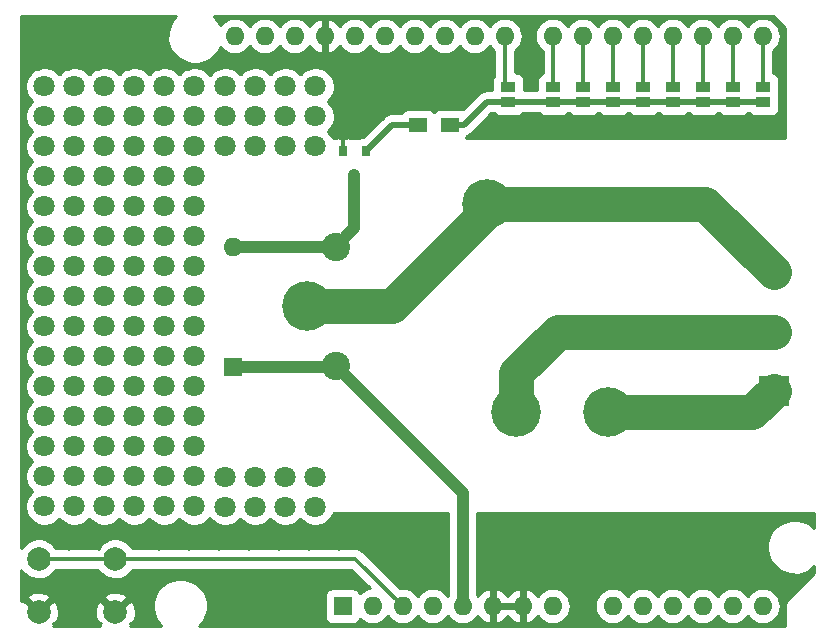
<source format=gtl>
G04 #@! TF.GenerationSoftware,KiCad,Pcbnew,(2017-11-08 revision cd21218)-HEAD*
G04 #@! TF.CreationDate,2018-02-16T13:29:39+02:00*
G04 #@! TF.ProjectId,esp8266_uno_relay,657370383236365F756E6F5F72656C61,rev?*
G04 #@! TF.SameCoordinates,Original*
G04 #@! TF.FileFunction,Copper,L1,Top,Signal*
G04 #@! TF.FilePolarity,Positive*
%FSLAX46Y46*%
G04 Gerber Fmt 4.6, Leading zero omitted, Abs format (unit mm)*
G04 Created by KiCad (PCBNEW (2017-11-08 revision cd21218)-HEAD) date Fri Feb 16 13:29:39 2018*
%MOMM*%
%LPD*%
G01*
G04 APERTURE LIST*
%ADD10C,0.400000*%
%ADD11C,0.800000*%
%ADD12C,0.350000*%
%ADD13C,1.800000*%
%ADD14C,2.400000*%
%ADD15C,4.200000*%
%ADD16O,1.600000X1.600000*%
%ADD17R,1.600000X1.600000*%
%ADD18R,1.270000X0.970000*%
%ADD19R,2.500000X2.500000*%
%ADD20C,2.500000*%
%ADD21R,0.800000X0.900000*%
%ADD22R,1.500000X1.300000*%
%ADD23C,2.000000*%
%ADD24C,0.350000*%
%ADD25C,1.000000*%
%ADD26C,0.500000*%
%ADD27C,3.000000*%
%ADD28C,0.254000*%
G04 APERTURE END LIST*
D10*
X169500000Y-116500000D03*
X169500000Y-114500000D03*
X170500000Y-115500000D03*
X168500000Y-115500000D03*
X168500000Y-120500000D03*
X169500000Y-121500000D03*
X170500000Y-120500000D03*
X169500000Y-119500000D03*
X170500000Y-125500000D03*
X169500000Y-126500000D03*
X169500000Y-124500000D03*
X168500000Y-125500000D03*
D11*
X168100000Y-114000000D03*
X166600000Y-112600000D03*
X165000000Y-111000000D03*
X162700000Y-109700000D03*
X160700000Y-109700000D03*
X158700000Y-109700000D03*
X156700000Y-109700000D03*
X154700000Y-109700000D03*
X152700000Y-109700000D03*
X150700000Y-109700000D03*
X148700000Y-109700000D03*
X145200000Y-111300000D03*
X146800000Y-109700000D03*
X143600000Y-109700000D03*
X145200000Y-108100000D03*
X143300000Y-112200000D03*
X141600000Y-113900000D03*
X140000000Y-115500000D03*
X138400000Y-117100000D03*
X136900000Y-118400000D03*
X134900000Y-118400000D03*
X132900000Y-118400000D03*
X129900000Y-116700000D03*
X129900000Y-120000000D03*
X131600000Y-118400000D03*
X128300000Y-118300000D03*
X147700000Y-128900000D03*
X149300000Y-127300000D03*
X146100000Y-127300000D03*
X147700000Y-125700000D03*
X157000000Y-127300000D03*
X153800000Y-127300000D03*
X155400000Y-128900000D03*
X155400000Y-125700000D03*
X158900000Y-127400000D03*
X166900000Y-127400000D03*
X160900000Y-127400000D03*
X164900000Y-127400000D03*
X162900000Y-127400000D03*
X166700000Y-120500000D03*
X164700000Y-120500000D03*
X162700000Y-120500000D03*
X160700000Y-120500000D03*
X158700000Y-120500000D03*
X156700000Y-120500000D03*
X154700000Y-120500000D03*
X152700000Y-120500000D03*
X150500000Y-121200000D03*
X149100000Y-122500000D03*
X147900000Y-123800000D03*
D12*
X107265476Y-95722500D03*
X109805476Y-95722500D03*
X112345476Y-95722500D03*
X114885476Y-95722500D03*
X117425476Y-95722500D03*
X107265476Y-98262500D03*
X109805476Y-98262500D03*
X112345476Y-98262500D03*
X114885476Y-98262500D03*
X117425476Y-98262500D03*
X119965476Y-98262500D03*
X122505476Y-98262500D03*
X125045476Y-98262500D03*
X127585476Y-98262500D03*
X130125476Y-98262500D03*
X135205476Y-98262500D03*
X137745476Y-98262500D03*
X140285476Y-98262500D03*
X142825476Y-98262500D03*
X145365476Y-98262500D03*
X147905476Y-98262500D03*
X135205476Y-100802500D03*
X137745476Y-100802500D03*
X140285476Y-100802500D03*
X142825476Y-100802500D03*
X135205476Y-103342500D03*
X145365476Y-103342500D03*
X147905476Y-103342500D03*
X150445476Y-103342500D03*
X152985476Y-103342500D03*
X155525476Y-103342500D03*
X158065476Y-103342500D03*
X160605476Y-103342500D03*
X163145476Y-103342500D03*
X165685476Y-103342500D03*
X168225476Y-103342500D03*
X132665476Y-136362500D03*
X135205476Y-136362500D03*
X137745476Y-136362500D03*
X140285476Y-136362500D03*
X145365476Y-136362500D03*
X147905476Y-136362500D03*
X150445476Y-136362500D03*
X152985476Y-136362500D03*
X155525476Y-136362500D03*
X158065476Y-136362500D03*
X160605476Y-136362500D03*
X163145476Y-136362500D03*
X165685476Y-136362500D03*
X168225476Y-136362500D03*
X170765476Y-136362500D03*
X109805476Y-138902500D03*
X112345476Y-138902500D03*
X117425476Y-138902500D03*
X119965476Y-138902500D03*
X122505476Y-138902500D03*
X125045476Y-138902500D03*
X127585476Y-138902500D03*
X130125476Y-138902500D03*
X132665476Y-138902500D03*
X135205476Y-138902500D03*
X137745476Y-138902500D03*
X140285476Y-138902500D03*
X145365476Y-138902500D03*
X147905476Y-138902500D03*
X150445476Y-138902500D03*
X152985476Y-138902500D03*
X155525476Y-138902500D03*
X158065476Y-138902500D03*
X160605476Y-138902500D03*
X163145476Y-138902500D03*
X165685476Y-138902500D03*
X168225476Y-138902500D03*
X109805476Y-141442500D03*
X112345476Y-141442500D03*
X117425476Y-141442500D03*
X119965476Y-141442500D03*
X122505476Y-141442500D03*
X125045476Y-141442500D03*
X127585476Y-141442500D03*
X130125476Y-141442500D03*
X132665476Y-141442500D03*
X137745476Y-141442500D03*
X140285476Y-141442500D03*
X145365476Y-141442500D03*
X147905476Y-141442500D03*
X150445476Y-141442500D03*
X152985476Y-141442500D03*
X155525476Y-141442500D03*
X158065476Y-141442500D03*
X160605476Y-141442500D03*
X163145476Y-141442500D03*
X165685476Y-141442500D03*
X168225476Y-141442500D03*
X170765476Y-141442500D03*
X109805476Y-143982500D03*
X122505476Y-143982500D03*
X125045476Y-143982500D03*
X127585476Y-143982500D03*
X130125476Y-143982500D03*
X152985476Y-143982500D03*
D13*
X130700000Y-132830000D03*
X128160000Y-135330000D03*
X128160000Y-132830000D03*
X130700000Y-135330000D03*
X125620000Y-135330000D03*
X125620000Y-132830000D03*
X123080000Y-132830000D03*
X123080000Y-135330000D03*
X125620000Y-104830000D03*
X123080000Y-104830000D03*
X130700000Y-104830000D03*
X128160000Y-99750000D03*
X130700000Y-99750000D03*
X125620000Y-102290000D03*
X128160000Y-104830000D03*
X123080000Y-102290000D03*
X130700000Y-102290000D03*
X128160000Y-102290000D03*
X125620000Y-99750000D03*
X123080000Y-99750000D03*
X120450000Y-135310000D03*
X117910000Y-135310000D03*
X115370000Y-135310000D03*
X112830000Y-135310000D03*
X110290000Y-135310000D03*
X107750000Y-135310000D03*
X120450000Y-132770000D03*
X117910000Y-132770000D03*
X115370000Y-132770000D03*
X112830000Y-132770000D03*
X110290000Y-132770000D03*
X107750000Y-132770000D03*
X120450000Y-130230000D03*
X117910000Y-130230000D03*
X115370000Y-130230000D03*
X112830000Y-130230000D03*
X110290000Y-130230000D03*
X107750000Y-130230000D03*
X120450000Y-127690000D03*
X117910000Y-127690000D03*
X115370000Y-127690000D03*
X112830000Y-127690000D03*
X110290000Y-127690000D03*
X107750000Y-127690000D03*
X120450000Y-125150000D03*
X117910000Y-125150000D03*
X115370000Y-125150000D03*
X112830000Y-125150000D03*
X110290000Y-125150000D03*
X107750000Y-125150000D03*
X120450000Y-122610000D03*
X117910000Y-122610000D03*
X115370000Y-122610000D03*
X112830000Y-122610000D03*
X110290000Y-122610000D03*
X107750000Y-122610000D03*
X120450000Y-120070000D03*
X117910000Y-120070000D03*
X115370000Y-120070000D03*
X112830000Y-120070000D03*
X110290000Y-120070000D03*
X107750000Y-120070000D03*
X120450000Y-117530000D03*
X117910000Y-117530000D03*
X115370000Y-117530000D03*
X112830000Y-117530000D03*
X110290000Y-117530000D03*
X107750000Y-117530000D03*
X120450000Y-114990000D03*
X117910000Y-114990000D03*
X115370000Y-114990000D03*
X112830000Y-114990000D03*
X110290000Y-114990000D03*
X107750000Y-114990000D03*
X120450000Y-112450000D03*
X117910000Y-112450000D03*
X115370000Y-112450000D03*
X112830000Y-112450000D03*
X110290000Y-112450000D03*
X107750000Y-112450000D03*
X120450000Y-109910000D03*
X117910000Y-109910000D03*
X115370000Y-109910000D03*
X112830000Y-109910000D03*
X110290000Y-109910000D03*
X107750000Y-109910000D03*
X120450000Y-107370000D03*
X117910000Y-107370000D03*
X115370000Y-107370000D03*
X112830000Y-107370000D03*
X110290000Y-107370000D03*
X107750000Y-107370000D03*
X120450000Y-104830000D03*
X117910000Y-104830000D03*
X115370000Y-104830000D03*
X112830000Y-104830000D03*
X110290000Y-104830000D03*
X107750000Y-104830000D03*
X120450000Y-102290000D03*
X117910000Y-102290000D03*
X115370000Y-102290000D03*
X112830000Y-102290000D03*
X110290000Y-102290000D03*
X107750000Y-102290000D03*
X120450000Y-99750000D03*
X117910000Y-99750000D03*
X115370000Y-99750000D03*
X112830000Y-99750000D03*
X110290000Y-99750000D03*
X107750000Y-99750000D03*
D14*
X132447976Y-113305136D03*
X132447976Y-123455136D03*
D15*
X129947976Y-118355136D03*
X145197976Y-109705136D03*
X147697976Y-127305136D03*
X155447976Y-127305136D03*
D16*
X123860000Y-95490000D03*
X126400000Y-95490000D03*
D17*
X133000000Y-143750000D03*
D16*
X163480000Y-95490000D03*
X135540000Y-143750000D03*
X160940000Y-95490000D03*
X138080000Y-143750000D03*
X158400000Y-95490000D03*
X140620000Y-143750000D03*
X155860000Y-95490000D03*
X143160000Y-143750000D03*
X153320000Y-95490000D03*
X145700000Y-143750000D03*
X150780000Y-95490000D03*
X148240000Y-143750000D03*
X146720000Y-95490000D03*
X150780000Y-143750000D03*
X144180000Y-95490000D03*
X155860000Y-143750000D03*
X141640000Y-95490000D03*
X158400000Y-143750000D03*
X139100000Y-95490000D03*
X160940000Y-143750000D03*
X136560000Y-95490000D03*
X163480000Y-143750000D03*
X134020000Y-95490000D03*
X166020000Y-143750000D03*
X131480000Y-95490000D03*
X168560000Y-143750000D03*
X128940000Y-95490000D03*
X168560000Y-95490000D03*
X166020000Y-95490000D03*
D17*
X123750000Y-123500000D03*
D16*
X123750000Y-113340000D03*
D18*
X168610000Y-101060000D03*
X168610000Y-99780000D03*
X166070000Y-99780000D03*
X166070000Y-101060000D03*
X163530000Y-101060000D03*
X163530000Y-99780000D03*
X160990000Y-99780000D03*
X160990000Y-101060000D03*
X158450000Y-101060000D03*
X158450000Y-99780000D03*
X155910000Y-99780000D03*
X155910000Y-101060000D03*
X153370000Y-101060000D03*
X153370000Y-99780000D03*
X150830000Y-99780000D03*
X150830000Y-101060000D03*
X147020000Y-101060000D03*
X147020000Y-99780000D03*
D19*
X169500000Y-125500000D03*
D20*
X169500000Y-120500000D03*
X169500000Y-115500000D03*
D21*
X134950000Y-105250000D03*
X133050000Y-105250000D03*
X134000000Y-107250000D03*
D22*
X139400000Y-103000000D03*
X142100000Y-103000000D03*
D23*
X107250000Y-144250000D03*
X107250000Y-139750000D03*
X113750000Y-144250000D03*
X113750000Y-139750000D03*
D24*
X164900000Y-127400000D02*
X166900000Y-127400000D01*
X162900000Y-127400000D02*
X164900000Y-127400000D01*
X160900000Y-127400000D02*
X162900000Y-127400000D01*
X158900000Y-127400000D02*
X160900000Y-127400000D01*
X158900000Y-127400000D02*
X155542840Y-127400000D01*
X155542840Y-127400000D02*
X155447976Y-127305136D01*
X168100000Y-114000000D02*
X168100000Y-114100000D01*
X168100000Y-114100000D02*
X169500000Y-115500000D01*
X166600000Y-112600000D02*
X166700000Y-112600000D01*
X166700000Y-112600000D02*
X168100000Y-114000000D01*
X162700000Y-109700000D02*
X163700000Y-109700000D01*
X163700000Y-109700000D02*
X165000000Y-111000000D01*
X158700000Y-109700000D02*
X156700000Y-109700000D01*
X160700000Y-109700000D02*
X158700000Y-109700000D01*
X156700000Y-109700000D02*
X154700000Y-109700000D01*
X152700000Y-109700000D02*
X154700000Y-109700000D01*
X150700000Y-109700000D02*
X152700000Y-109700000D01*
X148700000Y-109700000D02*
X150700000Y-109700000D01*
X148700000Y-109700000D02*
X145203112Y-109700000D01*
X145203112Y-109700000D02*
X145197976Y-109705136D01*
X143300000Y-112200000D02*
X143300000Y-111603112D01*
X143300000Y-111603112D02*
X145197976Y-109705136D01*
X141600000Y-113900000D02*
X140000000Y-115500000D01*
X138400000Y-117100000D02*
X140000000Y-115500000D01*
X136900000Y-118400000D02*
X137100000Y-118400000D01*
X137100000Y-118400000D02*
X138400000Y-117100000D01*
X132900000Y-118400000D02*
X134900000Y-118400000D01*
X132900000Y-118400000D02*
X131600000Y-118400000D01*
X164700000Y-120500000D02*
X166700000Y-120500000D01*
X162700000Y-120500000D02*
X164700000Y-120500000D01*
X160700000Y-120500000D02*
X162700000Y-120500000D01*
X158700000Y-120500000D02*
X160700000Y-120500000D01*
X156700000Y-120500000D02*
X158700000Y-120500000D01*
X154700000Y-120500000D02*
X156700000Y-120500000D01*
X152700000Y-120500000D02*
X154700000Y-120500000D01*
X150500000Y-121200000D02*
X152000000Y-121200000D01*
X152000000Y-121200000D02*
X152700000Y-120500000D01*
X147900000Y-123800000D02*
X147900000Y-123700000D01*
X147900000Y-123700000D02*
X149100000Y-122500000D01*
X133050000Y-105250000D02*
X133050000Y-99050000D01*
X133050000Y-99050000D02*
X131480000Y-97480000D01*
X131480000Y-97480000D02*
X131480000Y-95490000D01*
D25*
X123750000Y-123500000D02*
X132403112Y-123500000D01*
X132403112Y-123500000D02*
X132447976Y-123455136D01*
X143160000Y-143750000D02*
X143160000Y-134167160D01*
X143160000Y-134167160D02*
X132447976Y-123455136D01*
X132447976Y-113305136D02*
X123784864Y-113305136D01*
X123784864Y-113305136D02*
X123750000Y-113340000D01*
X134000000Y-107250000D02*
X134000000Y-111753112D01*
X134000000Y-111753112D02*
X132447976Y-113305136D01*
D24*
X163480000Y-95490000D02*
X163480000Y-99730000D01*
X163480000Y-99730000D02*
X163530000Y-99780000D01*
X160940000Y-95490000D02*
X160940000Y-99730000D01*
X160940000Y-99730000D02*
X160990000Y-99780000D01*
X113750000Y-139750000D02*
X134080000Y-139750000D01*
X134080000Y-139750000D02*
X138080000Y-143750000D01*
X107250000Y-139750000D02*
X113750000Y-139750000D01*
X158400000Y-95490000D02*
X158400000Y-99730000D01*
X158400000Y-99730000D02*
X158450000Y-99780000D01*
X155860000Y-95490000D02*
X155860000Y-99730000D01*
X155860000Y-99730000D02*
X155910000Y-99780000D01*
X153370000Y-99780000D02*
X153370000Y-95540000D01*
X153370000Y-95540000D02*
X153320000Y-95490000D01*
X150830000Y-99780000D02*
X150830000Y-95540000D01*
X150830000Y-95540000D02*
X150780000Y-95490000D01*
X146720000Y-95490000D02*
X146720000Y-99480000D01*
X146720000Y-99480000D02*
X147020000Y-99780000D01*
X168560000Y-95490000D02*
X168560000Y-99730000D01*
X168560000Y-99730000D02*
X168610000Y-99780000D01*
X166020000Y-95490000D02*
X166020000Y-99730000D01*
X166020000Y-99730000D02*
X166070000Y-99780000D01*
D26*
X145190000Y-101060000D02*
X143250000Y-103000000D01*
X143250000Y-103000000D02*
X142100000Y-103000000D01*
X147020000Y-101060000D02*
X145190000Y-101060000D01*
X150830000Y-101060000D02*
X147020000Y-101060000D01*
X153370000Y-101060000D02*
X150830000Y-101060000D01*
X155910000Y-101060000D02*
X153370000Y-101060000D01*
X158450000Y-101060000D02*
X155910000Y-101060000D01*
X158450000Y-101060000D02*
X160990000Y-101060000D01*
X163530000Y-101060000D02*
X160990000Y-101060000D01*
X163530000Y-101060000D02*
X166070000Y-101060000D01*
X168610000Y-101060000D02*
X166070000Y-101060000D01*
D27*
X155447976Y-127305136D02*
X167694864Y-127305136D01*
X167694864Y-127305136D02*
X169500000Y-125500000D01*
X129947976Y-118355136D02*
X137144864Y-118355136D01*
X137144864Y-118355136D02*
X145197976Y-110302024D01*
X145197976Y-110302024D02*
X145197976Y-109705136D01*
X145197976Y-109705136D02*
X163705136Y-109705136D01*
X163705136Y-109705136D02*
X169500000Y-115500000D01*
X169500000Y-120500000D02*
X151250000Y-120500000D01*
X151250000Y-120500000D02*
X147697976Y-124052024D01*
X147697976Y-124052024D02*
X147697976Y-127305136D01*
D26*
X139400000Y-103000000D02*
X137150000Y-103000000D01*
X137150000Y-103000000D02*
X134950000Y-105200000D01*
X134950000Y-105200000D02*
X134950000Y-105250000D01*
D28*
G36*
X172948000Y-137157332D02*
X172740462Y-136948340D01*
X172362133Y-136693154D01*
X171941442Y-136516312D01*
X171494415Y-136424550D01*
X171038078Y-136421364D01*
X170589813Y-136506875D01*
X170166694Y-136677827D01*
X169784838Y-136927706D01*
X169458790Y-137246996D01*
X169200968Y-137623535D01*
X169021193Y-138042981D01*
X168926313Y-138489357D01*
X168919942Y-138945660D01*
X169002321Y-139394512D01*
X169170314Y-139818813D01*
X169417522Y-140202404D01*
X169734528Y-140530674D01*
X170109258Y-140791118D01*
X170527438Y-140973816D01*
X170973141Y-141071811D01*
X171429389Y-141081368D01*
X171878804Y-141002124D01*
X172304268Y-140837097D01*
X172689576Y-140592573D01*
X172948000Y-140346480D01*
X172948000Y-140917800D01*
X170682900Y-143182900D01*
X170635860Y-143240167D01*
X170588259Y-143296896D01*
X170586227Y-143300591D01*
X170583550Y-143303851D01*
X170548553Y-143369121D01*
X170512853Y-143434059D01*
X170511577Y-143438082D01*
X170509586Y-143441795D01*
X170487926Y-143512641D01*
X170465526Y-143583255D01*
X170465056Y-143587442D01*
X170463822Y-143591479D01*
X170456328Y-143665251D01*
X170448078Y-143738802D01*
X170448021Y-143747037D01*
X170448004Y-143747201D01*
X170448018Y-143747354D01*
X170448000Y-143750000D01*
X170448000Y-145448000D01*
X120841393Y-145448000D01*
X121020051Y-145277867D01*
X121283104Y-144904964D01*
X121468718Y-144488069D01*
X121569821Y-144043062D01*
X121577099Y-143521826D01*
X121488461Y-143074169D01*
X121314560Y-142652254D01*
X121062021Y-142272152D01*
X120740462Y-141948340D01*
X120362133Y-141693154D01*
X119941442Y-141516312D01*
X119494415Y-141424550D01*
X119038078Y-141421364D01*
X118589813Y-141506875D01*
X118166694Y-141677827D01*
X117784838Y-141927706D01*
X117458790Y-142246996D01*
X117200968Y-142623535D01*
X117021193Y-143042981D01*
X116926313Y-143489357D01*
X116919942Y-143945660D01*
X117002321Y-144394512D01*
X117170314Y-144818813D01*
X117417522Y-145202404D01*
X117654691Y-145448000D01*
X115005296Y-145448000D01*
X115098979Y-145354317D01*
X114964065Y-145219403D01*
X115248625Y-145124975D01*
X115390529Y-144815796D01*
X115469388Y-144484873D01*
X115482172Y-144144923D01*
X115428389Y-143809012D01*
X115310107Y-143490048D01*
X115248625Y-143375025D01*
X114964063Y-143280596D01*
X113994659Y-144250000D01*
X114008801Y-144264142D01*
X113764142Y-144508801D01*
X113750000Y-144494659D01*
X113735858Y-144508801D01*
X113491199Y-144264142D01*
X113505341Y-144250000D01*
X112535937Y-143280596D01*
X112251375Y-143375025D01*
X112109471Y-143684204D01*
X112030612Y-144015127D01*
X112017828Y-144355077D01*
X112071611Y-144690988D01*
X112189893Y-145009952D01*
X112251375Y-145124975D01*
X112535935Y-145219403D01*
X112401021Y-145354317D01*
X112494704Y-145448000D01*
X108505296Y-145448000D01*
X108598979Y-145354317D01*
X108464065Y-145219403D01*
X108748625Y-145124975D01*
X108890529Y-144815796D01*
X108969388Y-144484873D01*
X108982172Y-144144923D01*
X108928389Y-143809012D01*
X108810107Y-143490048D01*
X108748625Y-143375025D01*
X108464063Y-143280596D01*
X107494659Y-144250000D01*
X107508801Y-144264142D01*
X107264142Y-144508801D01*
X107250000Y-144494659D01*
X107235858Y-144508801D01*
X106991199Y-144264142D01*
X107005341Y-144250000D01*
X106035937Y-143280596D01*
X105802000Y-143358226D01*
X105802000Y-143035937D01*
X106280596Y-143035937D01*
X107250000Y-144005341D01*
X108219404Y-143035937D01*
X112780596Y-143035937D01*
X113750000Y-144005341D01*
X114719404Y-143035937D01*
X114624975Y-142751375D01*
X114315796Y-142609471D01*
X113984873Y-142530612D01*
X113644923Y-142517828D01*
X113309012Y-142571611D01*
X112990048Y-142689893D01*
X112875025Y-142751375D01*
X112780596Y-143035937D01*
X108219404Y-143035937D01*
X108124975Y-142751375D01*
X107815796Y-142609471D01*
X107484873Y-142530612D01*
X107144923Y-142517828D01*
X106809012Y-142571611D01*
X106490048Y-142689893D01*
X106375025Y-142751375D01*
X106280596Y-143035937D01*
X105802000Y-143035937D01*
X105802000Y-140691344D01*
X105890013Y-140827913D01*
X106125281Y-141071540D01*
X106403390Y-141264831D01*
X106713746Y-141400422D01*
X107044527Y-141473149D01*
X107383135Y-141480241D01*
X107716672Y-141421430D01*
X108032433Y-141298954D01*
X108318392Y-141117479D01*
X108563656Y-140883917D01*
X108727255Y-140652000D01*
X112276645Y-140652000D01*
X112390013Y-140827913D01*
X112625281Y-141071540D01*
X112903390Y-141264831D01*
X113213746Y-141400422D01*
X113544527Y-141473149D01*
X113883135Y-141480241D01*
X114216672Y-141421430D01*
X114532433Y-141298954D01*
X114818392Y-141117479D01*
X115063656Y-140883917D01*
X115227255Y-140652000D01*
X133706380Y-140652000D01*
X135293437Y-142239057D01*
X135253869Y-142242658D01*
X134967976Y-142326801D01*
X134703871Y-142464872D01*
X134471614Y-142651611D01*
X134467478Y-142656540D01*
X134407403Y-142544147D01*
X134316554Y-142433446D01*
X134205853Y-142342597D01*
X134079557Y-142275090D01*
X133942517Y-142233520D01*
X133800000Y-142219483D01*
X132200000Y-142219483D01*
X132057483Y-142233520D01*
X131920443Y-142275090D01*
X131794147Y-142342597D01*
X131683446Y-142433446D01*
X131592597Y-142544147D01*
X131525090Y-142670443D01*
X131483520Y-142807483D01*
X131469483Y-142950000D01*
X131469483Y-144550000D01*
X131483520Y-144692517D01*
X131525090Y-144829557D01*
X131592597Y-144955853D01*
X131683446Y-145066554D01*
X131794147Y-145157403D01*
X131920443Y-145224910D01*
X132057483Y-145266480D01*
X132200000Y-145280517D01*
X133800000Y-145280517D01*
X133942517Y-145266480D01*
X134079557Y-145224910D01*
X134205853Y-145157403D01*
X134316554Y-145066554D01*
X134407403Y-144955853D01*
X134467849Y-144842766D01*
X134686112Y-145023329D01*
X134948264Y-145165074D01*
X135232954Y-145253200D01*
X135529340Y-145284352D01*
X135826131Y-145257342D01*
X136112024Y-145173199D01*
X136376129Y-145035128D01*
X136608386Y-144848389D01*
X136799948Y-144620094D01*
X136809047Y-144603543D01*
X136996485Y-144833365D01*
X137226112Y-145023329D01*
X137488264Y-145165074D01*
X137772954Y-145253200D01*
X138069340Y-145284352D01*
X138366131Y-145257342D01*
X138652024Y-145173199D01*
X138916129Y-145035128D01*
X139148386Y-144848389D01*
X139339948Y-144620094D01*
X139349047Y-144603543D01*
X139536485Y-144833365D01*
X139766112Y-145023329D01*
X140028264Y-145165074D01*
X140312954Y-145253200D01*
X140609340Y-145284352D01*
X140906131Y-145257342D01*
X141192024Y-145173199D01*
X141456129Y-145035128D01*
X141688386Y-144848389D01*
X141879948Y-144620094D01*
X141889047Y-144603543D01*
X142076485Y-144833365D01*
X142306112Y-145023329D01*
X142568264Y-145165074D01*
X142852954Y-145253200D01*
X143149340Y-145284352D01*
X143446131Y-145257342D01*
X143732024Y-145173199D01*
X143996129Y-145035128D01*
X144228386Y-144848389D01*
X144419948Y-144620094D01*
X144434977Y-144592756D01*
X144496788Y-144690229D01*
X144703337Y-144906898D01*
X144948187Y-145079108D01*
X145221929Y-145200241D01*
X145291793Y-145221426D01*
X145527000Y-145084080D01*
X145527000Y-143923000D01*
X145873000Y-143923000D01*
X145873000Y-145084080D01*
X146108207Y-145221426D01*
X146178071Y-145200241D01*
X146451813Y-145079108D01*
X146696663Y-144906898D01*
X146903212Y-144690229D01*
X146970000Y-144584908D01*
X147036788Y-144690229D01*
X147243337Y-144906898D01*
X147488187Y-145079108D01*
X147761929Y-145200241D01*
X147831793Y-145221426D01*
X148067000Y-145084080D01*
X148067000Y-143923000D01*
X145873000Y-143923000D01*
X145527000Y-143923000D01*
X145507000Y-143923000D01*
X145507000Y-143577000D01*
X145527000Y-143577000D01*
X145527000Y-142415920D01*
X145873000Y-142415920D01*
X145873000Y-143577000D01*
X148067000Y-143577000D01*
X148067000Y-142415920D01*
X148413000Y-142415920D01*
X148413000Y-143577000D01*
X148433000Y-143577000D01*
X148433000Y-143923000D01*
X148413000Y-143923000D01*
X148413000Y-145084080D01*
X148648207Y-145221426D01*
X148718071Y-145200241D01*
X148991813Y-145079108D01*
X149236663Y-144906898D01*
X149443212Y-144690229D01*
X149503918Y-144594498D01*
X149508129Y-144602418D01*
X149696485Y-144833365D01*
X149926112Y-145023329D01*
X150188264Y-145165074D01*
X150472954Y-145253200D01*
X150769340Y-145284352D01*
X151066131Y-145257342D01*
X151352024Y-145173199D01*
X151616129Y-145035128D01*
X151848386Y-144848389D01*
X152039948Y-144620094D01*
X152183520Y-144358938D01*
X152273631Y-144074870D01*
X152306851Y-143778709D01*
X152307000Y-143757389D01*
X152307000Y-143742611D01*
X154333000Y-143742611D01*
X154333000Y-143757389D01*
X154362081Y-144053985D01*
X154448218Y-144339283D01*
X154588129Y-144602418D01*
X154776485Y-144833365D01*
X155006112Y-145023329D01*
X155268264Y-145165074D01*
X155552954Y-145253200D01*
X155849340Y-145284352D01*
X156146131Y-145257342D01*
X156432024Y-145173199D01*
X156696129Y-145035128D01*
X156928386Y-144848389D01*
X157119948Y-144620094D01*
X157129047Y-144603543D01*
X157316485Y-144833365D01*
X157546112Y-145023329D01*
X157808264Y-145165074D01*
X158092954Y-145253200D01*
X158389340Y-145284352D01*
X158686131Y-145257342D01*
X158972024Y-145173199D01*
X159236129Y-145035128D01*
X159468386Y-144848389D01*
X159659948Y-144620094D01*
X159669047Y-144603543D01*
X159856485Y-144833365D01*
X160086112Y-145023329D01*
X160348264Y-145165074D01*
X160632954Y-145253200D01*
X160929340Y-145284352D01*
X161226131Y-145257342D01*
X161512024Y-145173199D01*
X161776129Y-145035128D01*
X162008386Y-144848389D01*
X162199948Y-144620094D01*
X162209047Y-144603543D01*
X162396485Y-144833365D01*
X162626112Y-145023329D01*
X162888264Y-145165074D01*
X163172954Y-145253200D01*
X163469340Y-145284352D01*
X163766131Y-145257342D01*
X164052024Y-145173199D01*
X164316129Y-145035128D01*
X164548386Y-144848389D01*
X164739948Y-144620094D01*
X164749047Y-144603543D01*
X164936485Y-144833365D01*
X165166112Y-145023329D01*
X165428264Y-145165074D01*
X165712954Y-145253200D01*
X166009340Y-145284352D01*
X166306131Y-145257342D01*
X166592024Y-145173199D01*
X166856129Y-145035128D01*
X167088386Y-144848389D01*
X167279948Y-144620094D01*
X167289047Y-144603543D01*
X167476485Y-144833365D01*
X167706112Y-145023329D01*
X167968264Y-145165074D01*
X168252954Y-145253200D01*
X168549340Y-145284352D01*
X168846131Y-145257342D01*
X169132024Y-145173199D01*
X169396129Y-145035128D01*
X169628386Y-144848389D01*
X169819948Y-144620094D01*
X169963520Y-144358938D01*
X170053631Y-144074870D01*
X170086851Y-143778709D01*
X170087000Y-143757389D01*
X170087000Y-143742611D01*
X170057919Y-143446015D01*
X169971782Y-143160717D01*
X169831871Y-142897582D01*
X169643515Y-142666635D01*
X169413888Y-142476671D01*
X169151736Y-142334926D01*
X168867046Y-142246800D01*
X168570660Y-142215648D01*
X168273869Y-142242658D01*
X167987976Y-142326801D01*
X167723871Y-142464872D01*
X167491614Y-142651611D01*
X167300052Y-142879906D01*
X167290953Y-142896457D01*
X167103515Y-142666635D01*
X166873888Y-142476671D01*
X166611736Y-142334926D01*
X166327046Y-142246800D01*
X166030660Y-142215648D01*
X165733869Y-142242658D01*
X165447976Y-142326801D01*
X165183871Y-142464872D01*
X164951614Y-142651611D01*
X164760052Y-142879906D01*
X164750953Y-142896457D01*
X164563515Y-142666635D01*
X164333888Y-142476671D01*
X164071736Y-142334926D01*
X163787046Y-142246800D01*
X163490660Y-142215648D01*
X163193869Y-142242658D01*
X162907976Y-142326801D01*
X162643871Y-142464872D01*
X162411614Y-142651611D01*
X162220052Y-142879906D01*
X162210953Y-142896457D01*
X162023515Y-142666635D01*
X161793888Y-142476671D01*
X161531736Y-142334926D01*
X161247046Y-142246800D01*
X160950660Y-142215648D01*
X160653869Y-142242658D01*
X160367976Y-142326801D01*
X160103871Y-142464872D01*
X159871614Y-142651611D01*
X159680052Y-142879906D01*
X159670953Y-142896457D01*
X159483515Y-142666635D01*
X159253888Y-142476671D01*
X158991736Y-142334926D01*
X158707046Y-142246800D01*
X158410660Y-142215648D01*
X158113869Y-142242658D01*
X157827976Y-142326801D01*
X157563871Y-142464872D01*
X157331614Y-142651611D01*
X157140052Y-142879906D01*
X157130953Y-142896457D01*
X156943515Y-142666635D01*
X156713888Y-142476671D01*
X156451736Y-142334926D01*
X156167046Y-142246800D01*
X155870660Y-142215648D01*
X155573869Y-142242658D01*
X155287976Y-142326801D01*
X155023871Y-142464872D01*
X154791614Y-142651611D01*
X154600052Y-142879906D01*
X154456480Y-143141062D01*
X154366369Y-143425130D01*
X154333149Y-143721291D01*
X154333000Y-143742611D01*
X152307000Y-143742611D01*
X152277919Y-143446015D01*
X152191782Y-143160717D01*
X152051871Y-142897582D01*
X151863515Y-142666635D01*
X151633888Y-142476671D01*
X151371736Y-142334926D01*
X151087046Y-142246800D01*
X150790660Y-142215648D01*
X150493869Y-142242658D01*
X150207976Y-142326801D01*
X149943871Y-142464872D01*
X149711614Y-142651611D01*
X149520052Y-142879906D01*
X149505023Y-142907244D01*
X149443212Y-142809771D01*
X149236663Y-142593102D01*
X148991813Y-142420892D01*
X148718071Y-142299759D01*
X148648207Y-142278574D01*
X148413000Y-142415920D01*
X148067000Y-142415920D01*
X147831793Y-142278574D01*
X147761929Y-142299759D01*
X147488187Y-142420892D01*
X147243337Y-142593102D01*
X147036788Y-142809771D01*
X146970000Y-142915092D01*
X146903212Y-142809771D01*
X146696663Y-142593102D01*
X146451813Y-142420892D01*
X146178071Y-142299759D01*
X146108207Y-142278574D01*
X145873000Y-142415920D01*
X145527000Y-142415920D01*
X145291793Y-142278574D01*
X145221929Y-142299759D01*
X144948187Y-142420892D01*
X144703337Y-142593102D01*
X144496788Y-142809771D01*
X144436082Y-142905502D01*
X144431871Y-142897582D01*
X144387000Y-142842565D01*
X144387000Y-135877000D01*
X172948000Y-135877000D01*
X172948000Y-137157332D01*
X172948000Y-137157332D01*
G37*
X172948000Y-137157332D02*
X172740462Y-136948340D01*
X172362133Y-136693154D01*
X171941442Y-136516312D01*
X171494415Y-136424550D01*
X171038078Y-136421364D01*
X170589813Y-136506875D01*
X170166694Y-136677827D01*
X169784838Y-136927706D01*
X169458790Y-137246996D01*
X169200968Y-137623535D01*
X169021193Y-138042981D01*
X168926313Y-138489357D01*
X168919942Y-138945660D01*
X169002321Y-139394512D01*
X169170314Y-139818813D01*
X169417522Y-140202404D01*
X169734528Y-140530674D01*
X170109258Y-140791118D01*
X170527438Y-140973816D01*
X170973141Y-141071811D01*
X171429389Y-141081368D01*
X171878804Y-141002124D01*
X172304268Y-140837097D01*
X172689576Y-140592573D01*
X172948000Y-140346480D01*
X172948000Y-140917800D01*
X170682900Y-143182900D01*
X170635860Y-143240167D01*
X170588259Y-143296896D01*
X170586227Y-143300591D01*
X170583550Y-143303851D01*
X170548553Y-143369121D01*
X170512853Y-143434059D01*
X170511577Y-143438082D01*
X170509586Y-143441795D01*
X170487926Y-143512641D01*
X170465526Y-143583255D01*
X170465056Y-143587442D01*
X170463822Y-143591479D01*
X170456328Y-143665251D01*
X170448078Y-143738802D01*
X170448021Y-143747037D01*
X170448004Y-143747201D01*
X170448018Y-143747354D01*
X170448000Y-143750000D01*
X170448000Y-145448000D01*
X120841393Y-145448000D01*
X121020051Y-145277867D01*
X121283104Y-144904964D01*
X121468718Y-144488069D01*
X121569821Y-144043062D01*
X121577099Y-143521826D01*
X121488461Y-143074169D01*
X121314560Y-142652254D01*
X121062021Y-142272152D01*
X120740462Y-141948340D01*
X120362133Y-141693154D01*
X119941442Y-141516312D01*
X119494415Y-141424550D01*
X119038078Y-141421364D01*
X118589813Y-141506875D01*
X118166694Y-141677827D01*
X117784838Y-141927706D01*
X117458790Y-142246996D01*
X117200968Y-142623535D01*
X117021193Y-143042981D01*
X116926313Y-143489357D01*
X116919942Y-143945660D01*
X117002321Y-144394512D01*
X117170314Y-144818813D01*
X117417522Y-145202404D01*
X117654691Y-145448000D01*
X115005296Y-145448000D01*
X115098979Y-145354317D01*
X114964065Y-145219403D01*
X115248625Y-145124975D01*
X115390529Y-144815796D01*
X115469388Y-144484873D01*
X115482172Y-144144923D01*
X115428389Y-143809012D01*
X115310107Y-143490048D01*
X115248625Y-143375025D01*
X114964063Y-143280596D01*
X113994659Y-144250000D01*
X114008801Y-144264142D01*
X113764142Y-144508801D01*
X113750000Y-144494659D01*
X113735858Y-144508801D01*
X113491199Y-144264142D01*
X113505341Y-144250000D01*
X112535937Y-143280596D01*
X112251375Y-143375025D01*
X112109471Y-143684204D01*
X112030612Y-144015127D01*
X112017828Y-144355077D01*
X112071611Y-144690988D01*
X112189893Y-145009952D01*
X112251375Y-145124975D01*
X112535935Y-145219403D01*
X112401021Y-145354317D01*
X112494704Y-145448000D01*
X108505296Y-145448000D01*
X108598979Y-145354317D01*
X108464065Y-145219403D01*
X108748625Y-145124975D01*
X108890529Y-144815796D01*
X108969388Y-144484873D01*
X108982172Y-144144923D01*
X108928389Y-143809012D01*
X108810107Y-143490048D01*
X108748625Y-143375025D01*
X108464063Y-143280596D01*
X107494659Y-144250000D01*
X107508801Y-144264142D01*
X107264142Y-144508801D01*
X107250000Y-144494659D01*
X107235858Y-144508801D01*
X106991199Y-144264142D01*
X107005341Y-144250000D01*
X106035937Y-143280596D01*
X105802000Y-143358226D01*
X105802000Y-143035937D01*
X106280596Y-143035937D01*
X107250000Y-144005341D01*
X108219404Y-143035937D01*
X112780596Y-143035937D01*
X113750000Y-144005341D01*
X114719404Y-143035937D01*
X114624975Y-142751375D01*
X114315796Y-142609471D01*
X113984873Y-142530612D01*
X113644923Y-142517828D01*
X113309012Y-142571611D01*
X112990048Y-142689893D01*
X112875025Y-142751375D01*
X112780596Y-143035937D01*
X108219404Y-143035937D01*
X108124975Y-142751375D01*
X107815796Y-142609471D01*
X107484873Y-142530612D01*
X107144923Y-142517828D01*
X106809012Y-142571611D01*
X106490048Y-142689893D01*
X106375025Y-142751375D01*
X106280596Y-143035937D01*
X105802000Y-143035937D01*
X105802000Y-140691344D01*
X105890013Y-140827913D01*
X106125281Y-141071540D01*
X106403390Y-141264831D01*
X106713746Y-141400422D01*
X107044527Y-141473149D01*
X107383135Y-141480241D01*
X107716672Y-141421430D01*
X108032433Y-141298954D01*
X108318392Y-141117479D01*
X108563656Y-140883917D01*
X108727255Y-140652000D01*
X112276645Y-140652000D01*
X112390013Y-140827913D01*
X112625281Y-141071540D01*
X112903390Y-141264831D01*
X113213746Y-141400422D01*
X113544527Y-141473149D01*
X113883135Y-141480241D01*
X114216672Y-141421430D01*
X114532433Y-141298954D01*
X114818392Y-141117479D01*
X115063656Y-140883917D01*
X115227255Y-140652000D01*
X133706380Y-140652000D01*
X135293437Y-142239057D01*
X135253869Y-142242658D01*
X134967976Y-142326801D01*
X134703871Y-142464872D01*
X134471614Y-142651611D01*
X134467478Y-142656540D01*
X134407403Y-142544147D01*
X134316554Y-142433446D01*
X134205853Y-142342597D01*
X134079557Y-142275090D01*
X133942517Y-142233520D01*
X133800000Y-142219483D01*
X132200000Y-142219483D01*
X132057483Y-142233520D01*
X131920443Y-142275090D01*
X131794147Y-142342597D01*
X131683446Y-142433446D01*
X131592597Y-142544147D01*
X131525090Y-142670443D01*
X131483520Y-142807483D01*
X131469483Y-142950000D01*
X131469483Y-144550000D01*
X131483520Y-144692517D01*
X131525090Y-144829557D01*
X131592597Y-144955853D01*
X131683446Y-145066554D01*
X131794147Y-145157403D01*
X131920443Y-145224910D01*
X132057483Y-145266480D01*
X132200000Y-145280517D01*
X133800000Y-145280517D01*
X133942517Y-145266480D01*
X134079557Y-145224910D01*
X134205853Y-145157403D01*
X134316554Y-145066554D01*
X134407403Y-144955853D01*
X134467849Y-144842766D01*
X134686112Y-145023329D01*
X134948264Y-145165074D01*
X135232954Y-145253200D01*
X135529340Y-145284352D01*
X135826131Y-145257342D01*
X136112024Y-145173199D01*
X136376129Y-145035128D01*
X136608386Y-144848389D01*
X136799948Y-144620094D01*
X136809047Y-144603543D01*
X136996485Y-144833365D01*
X137226112Y-145023329D01*
X137488264Y-145165074D01*
X137772954Y-145253200D01*
X138069340Y-145284352D01*
X138366131Y-145257342D01*
X138652024Y-145173199D01*
X138916129Y-145035128D01*
X139148386Y-144848389D01*
X139339948Y-144620094D01*
X139349047Y-144603543D01*
X139536485Y-144833365D01*
X139766112Y-145023329D01*
X140028264Y-145165074D01*
X140312954Y-145253200D01*
X140609340Y-145284352D01*
X140906131Y-145257342D01*
X141192024Y-145173199D01*
X141456129Y-145035128D01*
X141688386Y-144848389D01*
X141879948Y-144620094D01*
X141889047Y-144603543D01*
X142076485Y-144833365D01*
X142306112Y-145023329D01*
X142568264Y-145165074D01*
X142852954Y-145253200D01*
X143149340Y-145284352D01*
X143446131Y-145257342D01*
X143732024Y-145173199D01*
X143996129Y-145035128D01*
X144228386Y-144848389D01*
X144419948Y-144620094D01*
X144434977Y-144592756D01*
X144496788Y-144690229D01*
X144703337Y-144906898D01*
X144948187Y-145079108D01*
X145221929Y-145200241D01*
X145291793Y-145221426D01*
X145527000Y-145084080D01*
X145527000Y-143923000D01*
X145873000Y-143923000D01*
X145873000Y-145084080D01*
X146108207Y-145221426D01*
X146178071Y-145200241D01*
X146451813Y-145079108D01*
X146696663Y-144906898D01*
X146903212Y-144690229D01*
X146970000Y-144584908D01*
X147036788Y-144690229D01*
X147243337Y-144906898D01*
X147488187Y-145079108D01*
X147761929Y-145200241D01*
X147831793Y-145221426D01*
X148067000Y-145084080D01*
X148067000Y-143923000D01*
X145873000Y-143923000D01*
X145527000Y-143923000D01*
X145507000Y-143923000D01*
X145507000Y-143577000D01*
X145527000Y-143577000D01*
X145527000Y-142415920D01*
X145873000Y-142415920D01*
X145873000Y-143577000D01*
X148067000Y-143577000D01*
X148067000Y-142415920D01*
X148413000Y-142415920D01*
X148413000Y-143577000D01*
X148433000Y-143577000D01*
X148433000Y-143923000D01*
X148413000Y-143923000D01*
X148413000Y-145084080D01*
X148648207Y-145221426D01*
X148718071Y-145200241D01*
X148991813Y-145079108D01*
X149236663Y-144906898D01*
X149443212Y-144690229D01*
X149503918Y-144594498D01*
X149508129Y-144602418D01*
X149696485Y-144833365D01*
X149926112Y-145023329D01*
X150188264Y-145165074D01*
X150472954Y-145253200D01*
X150769340Y-145284352D01*
X151066131Y-145257342D01*
X151352024Y-145173199D01*
X151616129Y-145035128D01*
X151848386Y-144848389D01*
X152039948Y-144620094D01*
X152183520Y-144358938D01*
X152273631Y-144074870D01*
X152306851Y-143778709D01*
X152307000Y-143757389D01*
X152307000Y-143742611D01*
X154333000Y-143742611D01*
X154333000Y-143757389D01*
X154362081Y-144053985D01*
X154448218Y-144339283D01*
X154588129Y-144602418D01*
X154776485Y-144833365D01*
X155006112Y-145023329D01*
X155268264Y-145165074D01*
X155552954Y-145253200D01*
X155849340Y-145284352D01*
X156146131Y-145257342D01*
X156432024Y-145173199D01*
X156696129Y-145035128D01*
X156928386Y-144848389D01*
X157119948Y-144620094D01*
X157129047Y-144603543D01*
X157316485Y-144833365D01*
X157546112Y-145023329D01*
X157808264Y-145165074D01*
X158092954Y-145253200D01*
X158389340Y-145284352D01*
X158686131Y-145257342D01*
X158972024Y-145173199D01*
X159236129Y-145035128D01*
X159468386Y-144848389D01*
X159659948Y-144620094D01*
X159669047Y-144603543D01*
X159856485Y-144833365D01*
X160086112Y-145023329D01*
X160348264Y-145165074D01*
X160632954Y-145253200D01*
X160929340Y-145284352D01*
X161226131Y-145257342D01*
X161512024Y-145173199D01*
X161776129Y-145035128D01*
X162008386Y-144848389D01*
X162199948Y-144620094D01*
X162209047Y-144603543D01*
X162396485Y-144833365D01*
X162626112Y-145023329D01*
X162888264Y-145165074D01*
X163172954Y-145253200D01*
X163469340Y-145284352D01*
X163766131Y-145257342D01*
X164052024Y-145173199D01*
X164316129Y-145035128D01*
X164548386Y-144848389D01*
X164739948Y-144620094D01*
X164749047Y-144603543D01*
X164936485Y-144833365D01*
X165166112Y-145023329D01*
X165428264Y-145165074D01*
X165712954Y-145253200D01*
X166009340Y-145284352D01*
X166306131Y-145257342D01*
X166592024Y-145173199D01*
X166856129Y-145035128D01*
X167088386Y-144848389D01*
X167279948Y-144620094D01*
X167289047Y-144603543D01*
X167476485Y-144833365D01*
X167706112Y-145023329D01*
X167968264Y-145165074D01*
X168252954Y-145253200D01*
X168549340Y-145284352D01*
X168846131Y-145257342D01*
X169132024Y-145173199D01*
X169396129Y-145035128D01*
X169628386Y-144848389D01*
X169819948Y-144620094D01*
X169963520Y-144358938D01*
X170053631Y-144074870D01*
X170086851Y-143778709D01*
X170087000Y-143757389D01*
X170087000Y-143742611D01*
X170057919Y-143446015D01*
X169971782Y-143160717D01*
X169831871Y-142897582D01*
X169643515Y-142666635D01*
X169413888Y-142476671D01*
X169151736Y-142334926D01*
X168867046Y-142246800D01*
X168570660Y-142215648D01*
X168273869Y-142242658D01*
X167987976Y-142326801D01*
X167723871Y-142464872D01*
X167491614Y-142651611D01*
X167300052Y-142879906D01*
X167290953Y-142896457D01*
X167103515Y-142666635D01*
X166873888Y-142476671D01*
X166611736Y-142334926D01*
X166327046Y-142246800D01*
X166030660Y-142215648D01*
X165733869Y-142242658D01*
X165447976Y-142326801D01*
X165183871Y-142464872D01*
X164951614Y-142651611D01*
X164760052Y-142879906D01*
X164750953Y-142896457D01*
X164563515Y-142666635D01*
X164333888Y-142476671D01*
X164071736Y-142334926D01*
X163787046Y-142246800D01*
X163490660Y-142215648D01*
X163193869Y-142242658D01*
X162907976Y-142326801D01*
X162643871Y-142464872D01*
X162411614Y-142651611D01*
X162220052Y-142879906D01*
X162210953Y-142896457D01*
X162023515Y-142666635D01*
X161793888Y-142476671D01*
X161531736Y-142334926D01*
X161247046Y-142246800D01*
X160950660Y-142215648D01*
X160653869Y-142242658D01*
X160367976Y-142326801D01*
X160103871Y-142464872D01*
X159871614Y-142651611D01*
X159680052Y-142879906D01*
X159670953Y-142896457D01*
X159483515Y-142666635D01*
X159253888Y-142476671D01*
X158991736Y-142334926D01*
X158707046Y-142246800D01*
X158410660Y-142215648D01*
X158113869Y-142242658D01*
X157827976Y-142326801D01*
X157563871Y-142464872D01*
X157331614Y-142651611D01*
X157140052Y-142879906D01*
X157130953Y-142896457D01*
X156943515Y-142666635D01*
X156713888Y-142476671D01*
X156451736Y-142334926D01*
X156167046Y-142246800D01*
X155870660Y-142215648D01*
X155573869Y-142242658D01*
X155287976Y-142326801D01*
X155023871Y-142464872D01*
X154791614Y-142651611D01*
X154600052Y-142879906D01*
X154456480Y-143141062D01*
X154366369Y-143425130D01*
X154333149Y-143721291D01*
X154333000Y-143742611D01*
X152307000Y-143742611D01*
X152277919Y-143446015D01*
X152191782Y-143160717D01*
X152051871Y-142897582D01*
X151863515Y-142666635D01*
X151633888Y-142476671D01*
X151371736Y-142334926D01*
X151087046Y-142246800D01*
X150790660Y-142215648D01*
X150493869Y-142242658D01*
X150207976Y-142326801D01*
X149943871Y-142464872D01*
X149711614Y-142651611D01*
X149520052Y-142879906D01*
X149505023Y-142907244D01*
X149443212Y-142809771D01*
X149236663Y-142593102D01*
X148991813Y-142420892D01*
X148718071Y-142299759D01*
X148648207Y-142278574D01*
X148413000Y-142415920D01*
X148067000Y-142415920D01*
X147831793Y-142278574D01*
X147761929Y-142299759D01*
X147488187Y-142420892D01*
X147243337Y-142593102D01*
X147036788Y-142809771D01*
X146970000Y-142915092D01*
X146903212Y-142809771D01*
X146696663Y-142593102D01*
X146451813Y-142420892D01*
X146178071Y-142299759D01*
X146108207Y-142278574D01*
X145873000Y-142415920D01*
X145527000Y-142415920D01*
X145291793Y-142278574D01*
X145221929Y-142299759D01*
X144948187Y-142420892D01*
X144703337Y-142593102D01*
X144496788Y-142809771D01*
X144436082Y-142905502D01*
X144431871Y-142897582D01*
X144387000Y-142842565D01*
X144387000Y-135877000D01*
X172948000Y-135877000D01*
X172948000Y-137157332D01*
G36*
X118708790Y-93996996D02*
X118450968Y-94373535D01*
X118271193Y-94792981D01*
X118176313Y-95239357D01*
X118169942Y-95695660D01*
X118252321Y-96144512D01*
X118420314Y-96568813D01*
X118667522Y-96952404D01*
X118984528Y-97280674D01*
X119359258Y-97541118D01*
X119777438Y-97723816D01*
X120223141Y-97821811D01*
X120679389Y-97831368D01*
X121128804Y-97752124D01*
X121554268Y-97587097D01*
X121939576Y-97342573D01*
X122270051Y-97027867D01*
X122533104Y-96654964D01*
X122642550Y-96409145D01*
X122776485Y-96573365D01*
X123006112Y-96763329D01*
X123268264Y-96905074D01*
X123552954Y-96993200D01*
X123849340Y-97024352D01*
X124146131Y-96997342D01*
X124432024Y-96913199D01*
X124696129Y-96775128D01*
X124928386Y-96588389D01*
X125119948Y-96360094D01*
X125129047Y-96343543D01*
X125316485Y-96573365D01*
X125546112Y-96763329D01*
X125808264Y-96905074D01*
X126092954Y-96993200D01*
X126389340Y-97024352D01*
X126686131Y-96997342D01*
X126972024Y-96913199D01*
X127236129Y-96775128D01*
X127468386Y-96588389D01*
X127659948Y-96360094D01*
X127669047Y-96343543D01*
X127856485Y-96573365D01*
X128086112Y-96763329D01*
X128348264Y-96905074D01*
X128632954Y-96993200D01*
X128929340Y-97024352D01*
X129226131Y-96997342D01*
X129512024Y-96913199D01*
X129776129Y-96775128D01*
X130008386Y-96588389D01*
X130199948Y-96360094D01*
X130214977Y-96332756D01*
X130276788Y-96430229D01*
X130483337Y-96646898D01*
X130728187Y-96819108D01*
X131001929Y-96940241D01*
X131071793Y-96961426D01*
X131307000Y-96824080D01*
X131307000Y-95663000D01*
X131287000Y-95663000D01*
X131287000Y-95317000D01*
X131307000Y-95317000D01*
X131307000Y-94155920D01*
X131071793Y-94018574D01*
X131001929Y-94039759D01*
X130728187Y-94160892D01*
X130483337Y-94333102D01*
X130276788Y-94549771D01*
X130216082Y-94645502D01*
X130211871Y-94637582D01*
X130023515Y-94406635D01*
X129793888Y-94216671D01*
X129531736Y-94074926D01*
X129247046Y-93986800D01*
X128950660Y-93955648D01*
X128653869Y-93982658D01*
X128367976Y-94066801D01*
X128103871Y-94204872D01*
X127871614Y-94391611D01*
X127680052Y-94619906D01*
X127670953Y-94636457D01*
X127483515Y-94406635D01*
X127253888Y-94216671D01*
X126991736Y-94074926D01*
X126707046Y-93986800D01*
X126410660Y-93955648D01*
X126113869Y-93982658D01*
X125827976Y-94066801D01*
X125563871Y-94204872D01*
X125331614Y-94391611D01*
X125140052Y-94619906D01*
X125130953Y-94636457D01*
X124943515Y-94406635D01*
X124713888Y-94216671D01*
X124451736Y-94074926D01*
X124167046Y-93986800D01*
X123870660Y-93955648D01*
X123573869Y-93982658D01*
X123287976Y-94066801D01*
X123023871Y-94204872D01*
X122791614Y-94391611D01*
X122636410Y-94576576D01*
X122564560Y-94402254D01*
X122312021Y-94022152D01*
X122093401Y-93802000D01*
X169417800Y-93802000D01*
X170448000Y-94832199D01*
X170448000Y-104123000D01*
X143402297Y-104123000D01*
X143457403Y-104055853D01*
X143522915Y-103933289D01*
X143526172Y-103932306D01*
X143612826Y-103907130D01*
X143617386Y-103904767D01*
X143622306Y-103903281D01*
X143702025Y-103860894D01*
X143782112Y-103819381D01*
X143786125Y-103816177D01*
X143790664Y-103813764D01*
X143860613Y-103756715D01*
X143931131Y-103700422D01*
X143938275Y-103693376D01*
X143938428Y-103693251D01*
X143938545Y-103693109D01*
X143940843Y-103690843D01*
X145594687Y-102037000D01*
X145848295Y-102037000D01*
X145868446Y-102061554D01*
X145979147Y-102152403D01*
X146105443Y-102219910D01*
X146242483Y-102261480D01*
X146385000Y-102275517D01*
X147655000Y-102275517D01*
X147797517Y-102261480D01*
X147934557Y-102219910D01*
X148060853Y-102152403D01*
X148171554Y-102061554D01*
X148191705Y-102037000D01*
X149658295Y-102037000D01*
X149678446Y-102061554D01*
X149789147Y-102152403D01*
X149915443Y-102219910D01*
X150052483Y-102261480D01*
X150195000Y-102275517D01*
X151465000Y-102275517D01*
X151607517Y-102261480D01*
X151744557Y-102219910D01*
X151870853Y-102152403D01*
X151981554Y-102061554D01*
X152001705Y-102037000D01*
X152198295Y-102037000D01*
X152218446Y-102061554D01*
X152329147Y-102152403D01*
X152455443Y-102219910D01*
X152592483Y-102261480D01*
X152735000Y-102275517D01*
X154005000Y-102275517D01*
X154147517Y-102261480D01*
X154284557Y-102219910D01*
X154410853Y-102152403D01*
X154521554Y-102061554D01*
X154541705Y-102037000D01*
X154738295Y-102037000D01*
X154758446Y-102061554D01*
X154869147Y-102152403D01*
X154995443Y-102219910D01*
X155132483Y-102261480D01*
X155275000Y-102275517D01*
X156545000Y-102275517D01*
X156687517Y-102261480D01*
X156824557Y-102219910D01*
X156950853Y-102152403D01*
X157061554Y-102061554D01*
X157081705Y-102037000D01*
X157278295Y-102037000D01*
X157298446Y-102061554D01*
X157409147Y-102152403D01*
X157535443Y-102219910D01*
X157672483Y-102261480D01*
X157815000Y-102275517D01*
X159085000Y-102275517D01*
X159227517Y-102261480D01*
X159364557Y-102219910D01*
X159490853Y-102152403D01*
X159601554Y-102061554D01*
X159621705Y-102037000D01*
X159818295Y-102037000D01*
X159838446Y-102061554D01*
X159949147Y-102152403D01*
X160075443Y-102219910D01*
X160212483Y-102261480D01*
X160355000Y-102275517D01*
X161625000Y-102275517D01*
X161767517Y-102261480D01*
X161904557Y-102219910D01*
X162030853Y-102152403D01*
X162141554Y-102061554D01*
X162161705Y-102037000D01*
X162358295Y-102037000D01*
X162378446Y-102061554D01*
X162489147Y-102152403D01*
X162615443Y-102219910D01*
X162752483Y-102261480D01*
X162895000Y-102275517D01*
X164165000Y-102275517D01*
X164307517Y-102261480D01*
X164444557Y-102219910D01*
X164570853Y-102152403D01*
X164681554Y-102061554D01*
X164701705Y-102037000D01*
X164898295Y-102037000D01*
X164918446Y-102061554D01*
X165029147Y-102152403D01*
X165155443Y-102219910D01*
X165292483Y-102261480D01*
X165435000Y-102275517D01*
X166705000Y-102275517D01*
X166847517Y-102261480D01*
X166984557Y-102219910D01*
X167110853Y-102152403D01*
X167221554Y-102061554D01*
X167241705Y-102037000D01*
X167438295Y-102037000D01*
X167458446Y-102061554D01*
X167569147Y-102152403D01*
X167695443Y-102219910D01*
X167832483Y-102261480D01*
X167975000Y-102275517D01*
X169245000Y-102275517D01*
X169387517Y-102261480D01*
X169524557Y-102219910D01*
X169650853Y-102152403D01*
X169761554Y-102061554D01*
X169852403Y-101950853D01*
X169919910Y-101824557D01*
X169961480Y-101687517D01*
X169975517Y-101545000D01*
X169975517Y-100575000D01*
X169961480Y-100432483D01*
X169957693Y-100420000D01*
X169961480Y-100407517D01*
X169975517Y-100265000D01*
X169975517Y-99295000D01*
X169961480Y-99152483D01*
X169919910Y-99015443D01*
X169852403Y-98889147D01*
X169761554Y-98778446D01*
X169650853Y-98687597D01*
X169524557Y-98620090D01*
X169462000Y-98601114D01*
X169462000Y-96722166D01*
X169628386Y-96588389D01*
X169819948Y-96360094D01*
X169963520Y-96098938D01*
X170053631Y-95814870D01*
X170086851Y-95518709D01*
X170087000Y-95497389D01*
X170087000Y-95482611D01*
X170057919Y-95186015D01*
X169971782Y-94900717D01*
X169831871Y-94637582D01*
X169643515Y-94406635D01*
X169413888Y-94216671D01*
X169151736Y-94074926D01*
X168867046Y-93986800D01*
X168570660Y-93955648D01*
X168273869Y-93982658D01*
X167987976Y-94066801D01*
X167723871Y-94204872D01*
X167491614Y-94391611D01*
X167300052Y-94619906D01*
X167290953Y-94636457D01*
X167103515Y-94406635D01*
X166873888Y-94216671D01*
X166611736Y-94074926D01*
X166327046Y-93986800D01*
X166030660Y-93955648D01*
X165733869Y-93982658D01*
X165447976Y-94066801D01*
X165183871Y-94204872D01*
X164951614Y-94391611D01*
X164760052Y-94619906D01*
X164750953Y-94636457D01*
X164563515Y-94406635D01*
X164333888Y-94216671D01*
X164071736Y-94074926D01*
X163787046Y-93986800D01*
X163490660Y-93955648D01*
X163193869Y-93982658D01*
X162907976Y-94066801D01*
X162643871Y-94204872D01*
X162411614Y-94391611D01*
X162220052Y-94619906D01*
X162210953Y-94636457D01*
X162023515Y-94406635D01*
X161793888Y-94216671D01*
X161531736Y-94074926D01*
X161247046Y-93986800D01*
X160950660Y-93955648D01*
X160653869Y-93982658D01*
X160367976Y-94066801D01*
X160103871Y-94204872D01*
X159871614Y-94391611D01*
X159680052Y-94619906D01*
X159670953Y-94636457D01*
X159483515Y-94406635D01*
X159253888Y-94216671D01*
X158991736Y-94074926D01*
X158707046Y-93986800D01*
X158410660Y-93955648D01*
X158113869Y-93982658D01*
X157827976Y-94066801D01*
X157563871Y-94204872D01*
X157331614Y-94391611D01*
X157140052Y-94619906D01*
X157130953Y-94636457D01*
X156943515Y-94406635D01*
X156713888Y-94216671D01*
X156451736Y-94074926D01*
X156167046Y-93986800D01*
X155870660Y-93955648D01*
X155573869Y-93982658D01*
X155287976Y-94066801D01*
X155023871Y-94204872D01*
X154791614Y-94391611D01*
X154600052Y-94619906D01*
X154590953Y-94636457D01*
X154403515Y-94406635D01*
X154173888Y-94216671D01*
X153911736Y-94074926D01*
X153627046Y-93986800D01*
X153330660Y-93955648D01*
X153033869Y-93982658D01*
X152747976Y-94066801D01*
X152483871Y-94204872D01*
X152251614Y-94391611D01*
X152060052Y-94619906D01*
X152050953Y-94636457D01*
X151863515Y-94406635D01*
X151633888Y-94216671D01*
X151371736Y-94074926D01*
X151087046Y-93986800D01*
X150790660Y-93955648D01*
X150493869Y-93982658D01*
X150207976Y-94066801D01*
X149943871Y-94204872D01*
X149711614Y-94391611D01*
X149520052Y-94619906D01*
X149376480Y-94881062D01*
X149286369Y-95165130D01*
X149253149Y-95461291D01*
X149253000Y-95482611D01*
X149253000Y-95497389D01*
X149282081Y-95793985D01*
X149368218Y-96079283D01*
X149508129Y-96342418D01*
X149696485Y-96573365D01*
X149926112Y-96763329D01*
X149928000Y-96764350D01*
X149928000Y-98616281D01*
X149915443Y-98620090D01*
X149789147Y-98687597D01*
X149678446Y-98778446D01*
X149587597Y-98889147D01*
X149520090Y-99015443D01*
X149478520Y-99152483D01*
X149464483Y-99295000D01*
X149464483Y-100083000D01*
X148385517Y-100083000D01*
X148385517Y-99295000D01*
X148371480Y-99152483D01*
X148329910Y-99015443D01*
X148262403Y-98889147D01*
X148171554Y-98778446D01*
X148060853Y-98687597D01*
X147934557Y-98620090D01*
X147797517Y-98578520D01*
X147655000Y-98564483D01*
X147622000Y-98564483D01*
X147622000Y-96722166D01*
X147788386Y-96588389D01*
X147979948Y-96360094D01*
X148123520Y-96098938D01*
X148213631Y-95814870D01*
X148246851Y-95518709D01*
X148247000Y-95497389D01*
X148247000Y-95482611D01*
X148217919Y-95186015D01*
X148131782Y-94900717D01*
X147991871Y-94637582D01*
X147803515Y-94406635D01*
X147573888Y-94216671D01*
X147311736Y-94074926D01*
X147027046Y-93986800D01*
X146730660Y-93955648D01*
X146433869Y-93982658D01*
X146147976Y-94066801D01*
X145883871Y-94204872D01*
X145651614Y-94391611D01*
X145460052Y-94619906D01*
X145450953Y-94636457D01*
X145263515Y-94406635D01*
X145033888Y-94216671D01*
X144771736Y-94074926D01*
X144487046Y-93986800D01*
X144190660Y-93955648D01*
X143893869Y-93982658D01*
X143607976Y-94066801D01*
X143343871Y-94204872D01*
X143111614Y-94391611D01*
X142920052Y-94619906D01*
X142910953Y-94636457D01*
X142723515Y-94406635D01*
X142493888Y-94216671D01*
X142231736Y-94074926D01*
X141947046Y-93986800D01*
X141650660Y-93955648D01*
X141353869Y-93982658D01*
X141067976Y-94066801D01*
X140803871Y-94204872D01*
X140571614Y-94391611D01*
X140380052Y-94619906D01*
X140370953Y-94636457D01*
X140183515Y-94406635D01*
X139953888Y-94216671D01*
X139691736Y-94074926D01*
X139407046Y-93986800D01*
X139110660Y-93955648D01*
X138813869Y-93982658D01*
X138527976Y-94066801D01*
X138263871Y-94204872D01*
X138031614Y-94391611D01*
X137840052Y-94619906D01*
X137830953Y-94636457D01*
X137643515Y-94406635D01*
X137413888Y-94216671D01*
X137151736Y-94074926D01*
X136867046Y-93986800D01*
X136570660Y-93955648D01*
X136273869Y-93982658D01*
X135987976Y-94066801D01*
X135723871Y-94204872D01*
X135491614Y-94391611D01*
X135300052Y-94619906D01*
X135290953Y-94636457D01*
X135103515Y-94406635D01*
X134873888Y-94216671D01*
X134611736Y-94074926D01*
X134327046Y-93986800D01*
X134030660Y-93955648D01*
X133733869Y-93982658D01*
X133447976Y-94066801D01*
X133183871Y-94204872D01*
X132951614Y-94391611D01*
X132760052Y-94619906D01*
X132745023Y-94647244D01*
X132683212Y-94549771D01*
X132476663Y-94333102D01*
X132231813Y-94160892D01*
X131958071Y-94039759D01*
X131888207Y-94018574D01*
X131653000Y-94155920D01*
X131653000Y-95317000D01*
X131673000Y-95317000D01*
X131673000Y-95663000D01*
X131653000Y-95663000D01*
X131653000Y-96824080D01*
X131888207Y-96961426D01*
X131958071Y-96940241D01*
X132231813Y-96819108D01*
X132476663Y-96646898D01*
X132683212Y-96430229D01*
X132743918Y-96334498D01*
X132748129Y-96342418D01*
X132936485Y-96573365D01*
X133166112Y-96763329D01*
X133428264Y-96905074D01*
X133712954Y-96993200D01*
X134009340Y-97024352D01*
X134306131Y-96997342D01*
X134592024Y-96913199D01*
X134856129Y-96775128D01*
X135088386Y-96588389D01*
X135279948Y-96360094D01*
X135289047Y-96343543D01*
X135476485Y-96573365D01*
X135706112Y-96763329D01*
X135968264Y-96905074D01*
X136252954Y-96993200D01*
X136549340Y-97024352D01*
X136846131Y-96997342D01*
X137132024Y-96913199D01*
X137396129Y-96775128D01*
X137628386Y-96588389D01*
X137819948Y-96360094D01*
X137829047Y-96343543D01*
X138016485Y-96573365D01*
X138246112Y-96763329D01*
X138508264Y-96905074D01*
X138792954Y-96993200D01*
X139089340Y-97024352D01*
X139386131Y-96997342D01*
X139672024Y-96913199D01*
X139936129Y-96775128D01*
X140168386Y-96588389D01*
X140359948Y-96360094D01*
X140369047Y-96343543D01*
X140556485Y-96573365D01*
X140786112Y-96763329D01*
X141048264Y-96905074D01*
X141332954Y-96993200D01*
X141629340Y-97024352D01*
X141926131Y-96997342D01*
X142212024Y-96913199D01*
X142476129Y-96775128D01*
X142708386Y-96588389D01*
X142899948Y-96360094D01*
X142909047Y-96343543D01*
X143096485Y-96573365D01*
X143326112Y-96763329D01*
X143588264Y-96905074D01*
X143872954Y-96993200D01*
X144169340Y-97024352D01*
X144466131Y-96997342D01*
X144752024Y-96913199D01*
X145016129Y-96775128D01*
X145248386Y-96588389D01*
X145439948Y-96360094D01*
X145449047Y-96343543D01*
X145636485Y-96573365D01*
X145818000Y-96723527D01*
X145818000Y-98839915D01*
X145777597Y-98889147D01*
X145710090Y-99015443D01*
X145668520Y-99152483D01*
X145654483Y-99295000D01*
X145654483Y-100083000D01*
X145190000Y-100083000D01*
X145100183Y-100091807D01*
X145010279Y-100099672D01*
X145005344Y-100101106D01*
X145000233Y-100101607D01*
X144913854Y-100127687D01*
X144827173Y-100152870D01*
X144822612Y-100155234D01*
X144817694Y-100156719D01*
X144737993Y-100199096D01*
X144657888Y-100240619D01*
X144653875Y-100243823D01*
X144649336Y-100246236D01*
X144579387Y-100303285D01*
X144508869Y-100359578D01*
X144501720Y-100366628D01*
X144501572Y-100366749D01*
X144501458Y-100366887D01*
X144499156Y-100369157D01*
X143171047Y-101697267D01*
X143129557Y-101675090D01*
X142992517Y-101633520D01*
X142850000Y-101619483D01*
X141350000Y-101619483D01*
X141207483Y-101633520D01*
X141070443Y-101675090D01*
X140944147Y-101742597D01*
X140833446Y-101833446D01*
X140750000Y-101935126D01*
X140666554Y-101833446D01*
X140555853Y-101742597D01*
X140429557Y-101675090D01*
X140292517Y-101633520D01*
X140150000Y-101619483D01*
X138650000Y-101619483D01*
X138507483Y-101633520D01*
X138370443Y-101675090D01*
X138244147Y-101742597D01*
X138133446Y-101833446D01*
X138042597Y-101944147D01*
X138000449Y-102023000D01*
X137150000Y-102023000D01*
X137060223Y-102031803D01*
X136970280Y-102039672D01*
X136965345Y-102041106D01*
X136960233Y-102041607D01*
X136873828Y-102067694D01*
X136787174Y-102092870D01*
X136782614Y-102095233D01*
X136777694Y-102096719D01*
X136697975Y-102139106D01*
X136617888Y-102180619D01*
X136613875Y-102183823D01*
X136609336Y-102186236D01*
X136539362Y-102243305D01*
X136468870Y-102299578D01*
X136461726Y-102306623D01*
X136461572Y-102306749D01*
X136461454Y-102306892D01*
X136459157Y-102309157D01*
X134698831Y-104069483D01*
X134550000Y-104069483D01*
X134407483Y-104083520D01*
X134277333Y-104123000D01*
X133715320Y-104123000D01*
X133662058Y-104100938D01*
X133521603Y-104073000D01*
X133404750Y-104073000D01*
X133354750Y-104123000D01*
X132745250Y-104123000D01*
X132695250Y-104073000D01*
X132578397Y-104073000D01*
X132437942Y-104100938D01*
X132384680Y-104123000D01*
X132168453Y-104123000D01*
X132143506Y-104062474D01*
X131966935Y-103796713D01*
X131742107Y-103570309D01*
X131726190Y-103559573D01*
X131937590Y-103358259D01*
X132121513Y-103097532D01*
X132251291Y-102806046D01*
X132321981Y-102494904D01*
X132327069Y-102130464D01*
X132265095Y-101817470D01*
X132143506Y-101522474D01*
X131966935Y-101256713D01*
X131742107Y-101030309D01*
X131726190Y-101019573D01*
X131937590Y-100818259D01*
X132121513Y-100557532D01*
X132251291Y-100266046D01*
X132321981Y-99954904D01*
X132327069Y-99590464D01*
X132265095Y-99277470D01*
X132143506Y-98982474D01*
X131966935Y-98716713D01*
X131742107Y-98490309D01*
X131477585Y-98311887D01*
X131183445Y-98188242D01*
X130870891Y-98124084D01*
X130551827Y-98121856D01*
X130238408Y-98181644D01*
X129942570Y-98301171D01*
X129675583Y-98475882D01*
X129447615Y-98699125D01*
X129431189Y-98723115D01*
X129426935Y-98716713D01*
X129202107Y-98490309D01*
X128937585Y-98311887D01*
X128643445Y-98188242D01*
X128330891Y-98124084D01*
X128011827Y-98121856D01*
X127698408Y-98181644D01*
X127402570Y-98301171D01*
X127135583Y-98475882D01*
X126907615Y-98699125D01*
X126891189Y-98723115D01*
X126886935Y-98716713D01*
X126662107Y-98490309D01*
X126397585Y-98311887D01*
X126103445Y-98188242D01*
X125790891Y-98124084D01*
X125471827Y-98121856D01*
X125158408Y-98181644D01*
X124862570Y-98301171D01*
X124595583Y-98475882D01*
X124367615Y-98699125D01*
X124351189Y-98723115D01*
X124346935Y-98716713D01*
X124122107Y-98490309D01*
X123857585Y-98311887D01*
X123563445Y-98188242D01*
X123250891Y-98124084D01*
X122931827Y-98121856D01*
X122618408Y-98181644D01*
X122322570Y-98301171D01*
X122055583Y-98475882D01*
X121827615Y-98699125D01*
X121765511Y-98789826D01*
X121716935Y-98716713D01*
X121492107Y-98490309D01*
X121227585Y-98311887D01*
X120933445Y-98188242D01*
X120620891Y-98124084D01*
X120301827Y-98121856D01*
X119988408Y-98181644D01*
X119692570Y-98301171D01*
X119425583Y-98475882D01*
X119197615Y-98699125D01*
X119181189Y-98723115D01*
X119176935Y-98716713D01*
X118952107Y-98490309D01*
X118687585Y-98311887D01*
X118393445Y-98188242D01*
X118080891Y-98124084D01*
X117761827Y-98121856D01*
X117448408Y-98181644D01*
X117152570Y-98301171D01*
X116885583Y-98475882D01*
X116657615Y-98699125D01*
X116641189Y-98723115D01*
X116636935Y-98716713D01*
X116412107Y-98490309D01*
X116147585Y-98311887D01*
X115853445Y-98188242D01*
X115540891Y-98124084D01*
X115221827Y-98121856D01*
X114908408Y-98181644D01*
X114612570Y-98301171D01*
X114345583Y-98475882D01*
X114117615Y-98699125D01*
X114101189Y-98723115D01*
X114096935Y-98716713D01*
X113872107Y-98490309D01*
X113607585Y-98311887D01*
X113313445Y-98188242D01*
X113000891Y-98124084D01*
X112681827Y-98121856D01*
X112368408Y-98181644D01*
X112072570Y-98301171D01*
X111805583Y-98475882D01*
X111577615Y-98699125D01*
X111561189Y-98723115D01*
X111556935Y-98716713D01*
X111332107Y-98490309D01*
X111067585Y-98311887D01*
X110773445Y-98188242D01*
X110460891Y-98124084D01*
X110141827Y-98121856D01*
X109828408Y-98181644D01*
X109532570Y-98301171D01*
X109265583Y-98475882D01*
X109037615Y-98699125D01*
X109021189Y-98723115D01*
X109016935Y-98716713D01*
X108792107Y-98490309D01*
X108527585Y-98311887D01*
X108233445Y-98188242D01*
X107920891Y-98124084D01*
X107601827Y-98121856D01*
X107288408Y-98181644D01*
X106992570Y-98301171D01*
X106725583Y-98475882D01*
X106497615Y-98699125D01*
X106317351Y-98962394D01*
X106191655Y-99255664D01*
X106125317Y-99567763D01*
X106120862Y-99886803D01*
X106178460Y-100200632D01*
X106295918Y-100497297D01*
X106468762Y-100765497D01*
X106690407Y-100995018D01*
X106723442Y-101017978D01*
X106497615Y-101239125D01*
X106317351Y-101502394D01*
X106191655Y-101795664D01*
X106125317Y-102107763D01*
X106120862Y-102426803D01*
X106178460Y-102740632D01*
X106295918Y-103037297D01*
X106468762Y-103305497D01*
X106690407Y-103535018D01*
X106723442Y-103557978D01*
X106497615Y-103779125D01*
X106317351Y-104042394D01*
X106191655Y-104335664D01*
X106125317Y-104647763D01*
X106120862Y-104966803D01*
X106178460Y-105280632D01*
X106295918Y-105577297D01*
X106468762Y-105845497D01*
X106690407Y-106075018D01*
X106723442Y-106097978D01*
X106497615Y-106319125D01*
X106317351Y-106582394D01*
X106191655Y-106875664D01*
X106125317Y-107187763D01*
X106120862Y-107506803D01*
X106178460Y-107820632D01*
X106295918Y-108117297D01*
X106468762Y-108385497D01*
X106690407Y-108615018D01*
X106723442Y-108637978D01*
X106497615Y-108859125D01*
X106317351Y-109122394D01*
X106191655Y-109415664D01*
X106125317Y-109727763D01*
X106120862Y-110046803D01*
X106178460Y-110360632D01*
X106295918Y-110657297D01*
X106468762Y-110925497D01*
X106690407Y-111155018D01*
X106723442Y-111177978D01*
X106497615Y-111399125D01*
X106317351Y-111662394D01*
X106191655Y-111955664D01*
X106125317Y-112267763D01*
X106120862Y-112586803D01*
X106178460Y-112900632D01*
X106295918Y-113197297D01*
X106468762Y-113465497D01*
X106690407Y-113695018D01*
X106723442Y-113717978D01*
X106497615Y-113939125D01*
X106317351Y-114202394D01*
X106191655Y-114495664D01*
X106125317Y-114807763D01*
X106120862Y-115126803D01*
X106178460Y-115440632D01*
X106295918Y-115737297D01*
X106468762Y-116005497D01*
X106690407Y-116235018D01*
X106723442Y-116257978D01*
X106497615Y-116479125D01*
X106317351Y-116742394D01*
X106191655Y-117035664D01*
X106125317Y-117347763D01*
X106120862Y-117666803D01*
X106178460Y-117980632D01*
X106295918Y-118277297D01*
X106468762Y-118545497D01*
X106690407Y-118775018D01*
X106723442Y-118797978D01*
X106497615Y-119019125D01*
X106317351Y-119282394D01*
X106191655Y-119575664D01*
X106125317Y-119887763D01*
X106120862Y-120206803D01*
X106178460Y-120520632D01*
X106295918Y-120817297D01*
X106468762Y-121085497D01*
X106690407Y-121315018D01*
X106723442Y-121337978D01*
X106497615Y-121559125D01*
X106317351Y-121822394D01*
X106191655Y-122115664D01*
X106125317Y-122427763D01*
X106120862Y-122746803D01*
X106178460Y-123060632D01*
X106295918Y-123357297D01*
X106468762Y-123625497D01*
X106690407Y-123855018D01*
X106723442Y-123877978D01*
X106497615Y-124099125D01*
X106317351Y-124362394D01*
X106191655Y-124655664D01*
X106125317Y-124967763D01*
X106120862Y-125286803D01*
X106178460Y-125600632D01*
X106295918Y-125897297D01*
X106468762Y-126165497D01*
X106690407Y-126395018D01*
X106723442Y-126417978D01*
X106497615Y-126639125D01*
X106317351Y-126902394D01*
X106191655Y-127195664D01*
X106125317Y-127507763D01*
X106120862Y-127826803D01*
X106178460Y-128140632D01*
X106295918Y-128437297D01*
X106468762Y-128705497D01*
X106690407Y-128935018D01*
X106723442Y-128957978D01*
X106497615Y-129179125D01*
X106317351Y-129442394D01*
X106191655Y-129735664D01*
X106125317Y-130047763D01*
X106120862Y-130366803D01*
X106178460Y-130680632D01*
X106295918Y-130977297D01*
X106468762Y-131245497D01*
X106690407Y-131475018D01*
X106723442Y-131497978D01*
X106497615Y-131719125D01*
X106317351Y-131982394D01*
X106191655Y-132275664D01*
X106125317Y-132587763D01*
X106120862Y-132906803D01*
X106178460Y-133220632D01*
X106295918Y-133517297D01*
X106468762Y-133785497D01*
X106690407Y-134015018D01*
X106723442Y-134037978D01*
X106497615Y-134259125D01*
X106317351Y-134522394D01*
X106191655Y-134815664D01*
X106125317Y-135127763D01*
X106120862Y-135446803D01*
X106178460Y-135760632D01*
X106295918Y-136057297D01*
X106468762Y-136325497D01*
X106690407Y-136555018D01*
X106952412Y-136737116D01*
X107244797Y-136864856D01*
X107556425Y-136933372D01*
X107875426Y-136940054D01*
X108189649Y-136884648D01*
X108487127Y-136769264D01*
X108756528Y-136598297D01*
X108987590Y-136378259D01*
X109018035Y-136335100D01*
X109230407Y-136555018D01*
X109492412Y-136737116D01*
X109784797Y-136864856D01*
X110096425Y-136933372D01*
X110415426Y-136940054D01*
X110729649Y-136884648D01*
X111027127Y-136769264D01*
X111296528Y-136598297D01*
X111527590Y-136378259D01*
X111558035Y-136335100D01*
X111770407Y-136555018D01*
X112032412Y-136737116D01*
X112324797Y-136864856D01*
X112636425Y-136933372D01*
X112955426Y-136940054D01*
X113269649Y-136884648D01*
X113567127Y-136769264D01*
X113836528Y-136598297D01*
X114067590Y-136378259D01*
X114098035Y-136335100D01*
X114310407Y-136555018D01*
X114572412Y-136737116D01*
X114864797Y-136864856D01*
X115176425Y-136933372D01*
X115495426Y-136940054D01*
X115809649Y-136884648D01*
X116107127Y-136769264D01*
X116376528Y-136598297D01*
X116607590Y-136378259D01*
X116638035Y-136335100D01*
X116850407Y-136555018D01*
X117112412Y-136737116D01*
X117404797Y-136864856D01*
X117716425Y-136933372D01*
X118035426Y-136940054D01*
X118349649Y-136884648D01*
X118647127Y-136769264D01*
X118916528Y-136598297D01*
X119147590Y-136378259D01*
X119178035Y-136335100D01*
X119390407Y-136555018D01*
X119652412Y-136737116D01*
X119944797Y-136864856D01*
X120256425Y-136933372D01*
X120575426Y-136940054D01*
X120889649Y-136884648D01*
X121187127Y-136769264D01*
X121456528Y-136598297D01*
X121687590Y-136378259D01*
X121756720Y-136280261D01*
X121798762Y-136345497D01*
X122020407Y-136575018D01*
X122282412Y-136757116D01*
X122574797Y-136884856D01*
X122886425Y-136953372D01*
X123205426Y-136960054D01*
X123519649Y-136904648D01*
X123817127Y-136789264D01*
X124086528Y-136618297D01*
X124317590Y-136398259D01*
X124348035Y-136355100D01*
X124560407Y-136575018D01*
X124822412Y-136757116D01*
X125114797Y-136884856D01*
X125426425Y-136953372D01*
X125745426Y-136960054D01*
X126059649Y-136904648D01*
X126357127Y-136789264D01*
X126626528Y-136618297D01*
X126857590Y-136398259D01*
X126888035Y-136355100D01*
X127100407Y-136575018D01*
X127362412Y-136757116D01*
X127654797Y-136884856D01*
X127966425Y-136953372D01*
X128285426Y-136960054D01*
X128599649Y-136904648D01*
X128897127Y-136789264D01*
X129166528Y-136618297D01*
X129397590Y-136398259D01*
X129428035Y-136355100D01*
X129640407Y-136575018D01*
X129902412Y-136757116D01*
X130194797Y-136884856D01*
X130506425Y-136953372D01*
X130825426Y-136960054D01*
X131139649Y-136904648D01*
X131437127Y-136789264D01*
X131706528Y-136618297D01*
X131937590Y-136398259D01*
X132121513Y-136137532D01*
X132237509Y-135877000D01*
X141933000Y-135877000D01*
X141933000Y-142840640D01*
X141900052Y-142879906D01*
X141890953Y-142896457D01*
X141703515Y-142666635D01*
X141473888Y-142476671D01*
X141211736Y-142334926D01*
X140927046Y-142246800D01*
X140630660Y-142215648D01*
X140333869Y-142242658D01*
X140047976Y-142326801D01*
X139783871Y-142464872D01*
X139551614Y-142651611D01*
X139360052Y-142879906D01*
X139350953Y-142896457D01*
X139163515Y-142666635D01*
X138933888Y-142476671D01*
X138671736Y-142334926D01*
X138387046Y-142246800D01*
X138090660Y-142215648D01*
X137843739Y-142238119D01*
X134717810Y-139112190D01*
X134653402Y-139059284D01*
X134589600Y-139005748D01*
X134585447Y-139003465D01*
X134581779Y-139000452D01*
X134508304Y-138961055D01*
X134435336Y-138920940D01*
X134430818Y-138919507D01*
X134426635Y-138917264D01*
X134346903Y-138892887D01*
X134267536Y-138867711D01*
X134262826Y-138867183D01*
X134258287Y-138865795D01*
X134175339Y-138857369D01*
X134092594Y-138848088D01*
X134083329Y-138848023D01*
X134083149Y-138848005D01*
X134082982Y-138848021D01*
X134080000Y-138848000D01*
X115224226Y-138848000D01*
X115094805Y-138653204D01*
X114856158Y-138412885D01*
X114575377Y-138223497D01*
X114263159Y-138092252D01*
X113931394Y-138024150D01*
X113592720Y-138021786D01*
X113260037Y-138085249D01*
X112946016Y-138212121D01*
X112662619Y-138397571D01*
X112420640Y-138634535D01*
X112274478Y-138848000D01*
X108724226Y-138848000D01*
X108594805Y-138653204D01*
X108356158Y-138412885D01*
X108075377Y-138223497D01*
X107763159Y-138092252D01*
X107431394Y-138024150D01*
X107092720Y-138021786D01*
X106760037Y-138085249D01*
X106446016Y-138212121D01*
X106162619Y-138397571D01*
X105920640Y-138634535D01*
X105802000Y-138807804D01*
X105802000Y-93802000D01*
X118907913Y-93802000D01*
X118708790Y-93996996D01*
X118708790Y-93996996D01*
G37*
X118708790Y-93996996D02*
X118450968Y-94373535D01*
X118271193Y-94792981D01*
X118176313Y-95239357D01*
X118169942Y-95695660D01*
X118252321Y-96144512D01*
X118420314Y-96568813D01*
X118667522Y-96952404D01*
X118984528Y-97280674D01*
X119359258Y-97541118D01*
X119777438Y-97723816D01*
X120223141Y-97821811D01*
X120679389Y-97831368D01*
X121128804Y-97752124D01*
X121554268Y-97587097D01*
X121939576Y-97342573D01*
X122270051Y-97027867D01*
X122533104Y-96654964D01*
X122642550Y-96409145D01*
X122776485Y-96573365D01*
X123006112Y-96763329D01*
X123268264Y-96905074D01*
X123552954Y-96993200D01*
X123849340Y-97024352D01*
X124146131Y-96997342D01*
X124432024Y-96913199D01*
X124696129Y-96775128D01*
X124928386Y-96588389D01*
X125119948Y-96360094D01*
X125129047Y-96343543D01*
X125316485Y-96573365D01*
X125546112Y-96763329D01*
X125808264Y-96905074D01*
X126092954Y-96993200D01*
X126389340Y-97024352D01*
X126686131Y-96997342D01*
X126972024Y-96913199D01*
X127236129Y-96775128D01*
X127468386Y-96588389D01*
X127659948Y-96360094D01*
X127669047Y-96343543D01*
X127856485Y-96573365D01*
X128086112Y-96763329D01*
X128348264Y-96905074D01*
X128632954Y-96993200D01*
X128929340Y-97024352D01*
X129226131Y-96997342D01*
X129512024Y-96913199D01*
X129776129Y-96775128D01*
X130008386Y-96588389D01*
X130199948Y-96360094D01*
X130214977Y-96332756D01*
X130276788Y-96430229D01*
X130483337Y-96646898D01*
X130728187Y-96819108D01*
X131001929Y-96940241D01*
X131071793Y-96961426D01*
X131307000Y-96824080D01*
X131307000Y-95663000D01*
X131287000Y-95663000D01*
X131287000Y-95317000D01*
X131307000Y-95317000D01*
X131307000Y-94155920D01*
X131071793Y-94018574D01*
X131001929Y-94039759D01*
X130728187Y-94160892D01*
X130483337Y-94333102D01*
X130276788Y-94549771D01*
X130216082Y-94645502D01*
X130211871Y-94637582D01*
X130023515Y-94406635D01*
X129793888Y-94216671D01*
X129531736Y-94074926D01*
X129247046Y-93986800D01*
X128950660Y-93955648D01*
X128653869Y-93982658D01*
X128367976Y-94066801D01*
X128103871Y-94204872D01*
X127871614Y-94391611D01*
X127680052Y-94619906D01*
X127670953Y-94636457D01*
X127483515Y-94406635D01*
X127253888Y-94216671D01*
X126991736Y-94074926D01*
X126707046Y-93986800D01*
X126410660Y-93955648D01*
X126113869Y-93982658D01*
X125827976Y-94066801D01*
X125563871Y-94204872D01*
X125331614Y-94391611D01*
X125140052Y-94619906D01*
X125130953Y-94636457D01*
X124943515Y-94406635D01*
X124713888Y-94216671D01*
X124451736Y-94074926D01*
X124167046Y-93986800D01*
X123870660Y-93955648D01*
X123573869Y-93982658D01*
X123287976Y-94066801D01*
X123023871Y-94204872D01*
X122791614Y-94391611D01*
X122636410Y-94576576D01*
X122564560Y-94402254D01*
X122312021Y-94022152D01*
X122093401Y-93802000D01*
X169417800Y-93802000D01*
X170448000Y-94832199D01*
X170448000Y-104123000D01*
X143402297Y-104123000D01*
X143457403Y-104055853D01*
X143522915Y-103933289D01*
X143526172Y-103932306D01*
X143612826Y-103907130D01*
X143617386Y-103904767D01*
X143622306Y-103903281D01*
X143702025Y-103860894D01*
X143782112Y-103819381D01*
X143786125Y-103816177D01*
X143790664Y-103813764D01*
X143860613Y-103756715D01*
X143931131Y-103700422D01*
X143938275Y-103693376D01*
X143938428Y-103693251D01*
X143938545Y-103693109D01*
X143940843Y-103690843D01*
X145594687Y-102037000D01*
X145848295Y-102037000D01*
X145868446Y-102061554D01*
X145979147Y-102152403D01*
X146105443Y-102219910D01*
X146242483Y-102261480D01*
X146385000Y-102275517D01*
X147655000Y-102275517D01*
X147797517Y-102261480D01*
X147934557Y-102219910D01*
X148060853Y-102152403D01*
X148171554Y-102061554D01*
X148191705Y-102037000D01*
X149658295Y-102037000D01*
X149678446Y-102061554D01*
X149789147Y-102152403D01*
X149915443Y-102219910D01*
X150052483Y-102261480D01*
X150195000Y-102275517D01*
X151465000Y-102275517D01*
X151607517Y-102261480D01*
X151744557Y-102219910D01*
X151870853Y-102152403D01*
X151981554Y-102061554D01*
X152001705Y-102037000D01*
X152198295Y-102037000D01*
X152218446Y-102061554D01*
X152329147Y-102152403D01*
X152455443Y-102219910D01*
X152592483Y-102261480D01*
X152735000Y-102275517D01*
X154005000Y-102275517D01*
X154147517Y-102261480D01*
X154284557Y-102219910D01*
X154410853Y-102152403D01*
X154521554Y-102061554D01*
X154541705Y-102037000D01*
X154738295Y-102037000D01*
X154758446Y-102061554D01*
X154869147Y-102152403D01*
X154995443Y-102219910D01*
X155132483Y-102261480D01*
X155275000Y-102275517D01*
X156545000Y-102275517D01*
X156687517Y-102261480D01*
X156824557Y-102219910D01*
X156950853Y-102152403D01*
X157061554Y-102061554D01*
X157081705Y-102037000D01*
X157278295Y-102037000D01*
X157298446Y-102061554D01*
X157409147Y-102152403D01*
X157535443Y-102219910D01*
X157672483Y-102261480D01*
X157815000Y-102275517D01*
X159085000Y-102275517D01*
X159227517Y-102261480D01*
X159364557Y-102219910D01*
X159490853Y-102152403D01*
X159601554Y-102061554D01*
X159621705Y-102037000D01*
X159818295Y-102037000D01*
X159838446Y-102061554D01*
X159949147Y-102152403D01*
X160075443Y-102219910D01*
X160212483Y-102261480D01*
X160355000Y-102275517D01*
X161625000Y-102275517D01*
X161767517Y-102261480D01*
X161904557Y-102219910D01*
X162030853Y-102152403D01*
X162141554Y-102061554D01*
X162161705Y-102037000D01*
X162358295Y-102037000D01*
X162378446Y-102061554D01*
X162489147Y-102152403D01*
X162615443Y-102219910D01*
X162752483Y-102261480D01*
X162895000Y-102275517D01*
X164165000Y-102275517D01*
X164307517Y-102261480D01*
X164444557Y-102219910D01*
X164570853Y-102152403D01*
X164681554Y-102061554D01*
X164701705Y-102037000D01*
X164898295Y-102037000D01*
X164918446Y-102061554D01*
X165029147Y-102152403D01*
X165155443Y-102219910D01*
X165292483Y-102261480D01*
X165435000Y-102275517D01*
X166705000Y-102275517D01*
X166847517Y-102261480D01*
X166984557Y-102219910D01*
X167110853Y-102152403D01*
X167221554Y-102061554D01*
X167241705Y-102037000D01*
X167438295Y-102037000D01*
X167458446Y-102061554D01*
X167569147Y-102152403D01*
X167695443Y-102219910D01*
X167832483Y-102261480D01*
X167975000Y-102275517D01*
X169245000Y-102275517D01*
X169387517Y-102261480D01*
X169524557Y-102219910D01*
X169650853Y-102152403D01*
X169761554Y-102061554D01*
X169852403Y-101950853D01*
X169919910Y-101824557D01*
X169961480Y-101687517D01*
X169975517Y-101545000D01*
X169975517Y-100575000D01*
X169961480Y-100432483D01*
X169957693Y-100420000D01*
X169961480Y-100407517D01*
X169975517Y-100265000D01*
X169975517Y-99295000D01*
X169961480Y-99152483D01*
X169919910Y-99015443D01*
X169852403Y-98889147D01*
X169761554Y-98778446D01*
X169650853Y-98687597D01*
X169524557Y-98620090D01*
X169462000Y-98601114D01*
X169462000Y-96722166D01*
X169628386Y-96588389D01*
X169819948Y-96360094D01*
X169963520Y-96098938D01*
X170053631Y-95814870D01*
X170086851Y-95518709D01*
X170087000Y-95497389D01*
X170087000Y-95482611D01*
X170057919Y-95186015D01*
X169971782Y-94900717D01*
X169831871Y-94637582D01*
X169643515Y-94406635D01*
X169413888Y-94216671D01*
X169151736Y-94074926D01*
X168867046Y-93986800D01*
X168570660Y-93955648D01*
X168273869Y-93982658D01*
X167987976Y-94066801D01*
X167723871Y-94204872D01*
X167491614Y-94391611D01*
X167300052Y-94619906D01*
X167290953Y-94636457D01*
X167103515Y-94406635D01*
X166873888Y-94216671D01*
X166611736Y-94074926D01*
X166327046Y-93986800D01*
X166030660Y-93955648D01*
X165733869Y-93982658D01*
X165447976Y-94066801D01*
X165183871Y-94204872D01*
X164951614Y-94391611D01*
X164760052Y-94619906D01*
X164750953Y-94636457D01*
X164563515Y-94406635D01*
X164333888Y-94216671D01*
X164071736Y-94074926D01*
X163787046Y-93986800D01*
X163490660Y-93955648D01*
X163193869Y-93982658D01*
X162907976Y-94066801D01*
X162643871Y-94204872D01*
X162411614Y-94391611D01*
X162220052Y-94619906D01*
X162210953Y-94636457D01*
X162023515Y-94406635D01*
X161793888Y-94216671D01*
X161531736Y-94074926D01*
X161247046Y-93986800D01*
X160950660Y-93955648D01*
X160653869Y-93982658D01*
X160367976Y-94066801D01*
X160103871Y-94204872D01*
X159871614Y-94391611D01*
X159680052Y-94619906D01*
X159670953Y-94636457D01*
X159483515Y-94406635D01*
X159253888Y-94216671D01*
X158991736Y-94074926D01*
X158707046Y-93986800D01*
X158410660Y-93955648D01*
X158113869Y-93982658D01*
X157827976Y-94066801D01*
X157563871Y-94204872D01*
X157331614Y-94391611D01*
X157140052Y-94619906D01*
X157130953Y-94636457D01*
X156943515Y-94406635D01*
X156713888Y-94216671D01*
X156451736Y-94074926D01*
X156167046Y-93986800D01*
X155870660Y-93955648D01*
X155573869Y-93982658D01*
X155287976Y-94066801D01*
X155023871Y-94204872D01*
X154791614Y-94391611D01*
X154600052Y-94619906D01*
X154590953Y-94636457D01*
X154403515Y-94406635D01*
X154173888Y-94216671D01*
X153911736Y-94074926D01*
X153627046Y-93986800D01*
X153330660Y-93955648D01*
X153033869Y-93982658D01*
X152747976Y-94066801D01*
X152483871Y-94204872D01*
X152251614Y-94391611D01*
X152060052Y-94619906D01*
X152050953Y-94636457D01*
X151863515Y-94406635D01*
X151633888Y-94216671D01*
X151371736Y-94074926D01*
X151087046Y-93986800D01*
X150790660Y-93955648D01*
X150493869Y-93982658D01*
X150207976Y-94066801D01*
X149943871Y-94204872D01*
X149711614Y-94391611D01*
X149520052Y-94619906D01*
X149376480Y-94881062D01*
X149286369Y-95165130D01*
X149253149Y-95461291D01*
X149253000Y-95482611D01*
X149253000Y-95497389D01*
X149282081Y-95793985D01*
X149368218Y-96079283D01*
X149508129Y-96342418D01*
X149696485Y-96573365D01*
X149926112Y-96763329D01*
X149928000Y-96764350D01*
X149928000Y-98616281D01*
X149915443Y-98620090D01*
X149789147Y-98687597D01*
X149678446Y-98778446D01*
X149587597Y-98889147D01*
X149520090Y-99015443D01*
X149478520Y-99152483D01*
X149464483Y-99295000D01*
X149464483Y-100083000D01*
X148385517Y-100083000D01*
X148385517Y-99295000D01*
X148371480Y-99152483D01*
X148329910Y-99015443D01*
X148262403Y-98889147D01*
X148171554Y-98778446D01*
X148060853Y-98687597D01*
X147934557Y-98620090D01*
X147797517Y-98578520D01*
X147655000Y-98564483D01*
X147622000Y-98564483D01*
X147622000Y-96722166D01*
X147788386Y-96588389D01*
X147979948Y-96360094D01*
X148123520Y-96098938D01*
X148213631Y-95814870D01*
X148246851Y-95518709D01*
X148247000Y-95497389D01*
X148247000Y-95482611D01*
X148217919Y-95186015D01*
X148131782Y-94900717D01*
X147991871Y-94637582D01*
X147803515Y-94406635D01*
X147573888Y-94216671D01*
X147311736Y-94074926D01*
X147027046Y-93986800D01*
X146730660Y-93955648D01*
X146433869Y-93982658D01*
X146147976Y-94066801D01*
X145883871Y-94204872D01*
X145651614Y-94391611D01*
X145460052Y-94619906D01*
X145450953Y-94636457D01*
X145263515Y-94406635D01*
X145033888Y-94216671D01*
X144771736Y-94074926D01*
X144487046Y-93986800D01*
X144190660Y-93955648D01*
X143893869Y-93982658D01*
X143607976Y-94066801D01*
X143343871Y-94204872D01*
X143111614Y-94391611D01*
X142920052Y-94619906D01*
X142910953Y-94636457D01*
X142723515Y-94406635D01*
X142493888Y-94216671D01*
X142231736Y-94074926D01*
X141947046Y-93986800D01*
X141650660Y-93955648D01*
X141353869Y-93982658D01*
X141067976Y-94066801D01*
X140803871Y-94204872D01*
X140571614Y-94391611D01*
X140380052Y-94619906D01*
X140370953Y-94636457D01*
X140183515Y-94406635D01*
X139953888Y-94216671D01*
X139691736Y-94074926D01*
X139407046Y-93986800D01*
X139110660Y-93955648D01*
X138813869Y-93982658D01*
X138527976Y-94066801D01*
X138263871Y-94204872D01*
X138031614Y-94391611D01*
X137840052Y-94619906D01*
X137830953Y-94636457D01*
X137643515Y-94406635D01*
X137413888Y-94216671D01*
X137151736Y-94074926D01*
X136867046Y-93986800D01*
X136570660Y-93955648D01*
X136273869Y-93982658D01*
X135987976Y-94066801D01*
X135723871Y-94204872D01*
X135491614Y-94391611D01*
X135300052Y-94619906D01*
X135290953Y-94636457D01*
X135103515Y-94406635D01*
X134873888Y-94216671D01*
X134611736Y-94074926D01*
X134327046Y-93986800D01*
X134030660Y-93955648D01*
X133733869Y-93982658D01*
X133447976Y-94066801D01*
X133183871Y-94204872D01*
X132951614Y-94391611D01*
X132760052Y-94619906D01*
X132745023Y-94647244D01*
X132683212Y-94549771D01*
X132476663Y-94333102D01*
X132231813Y-94160892D01*
X131958071Y-94039759D01*
X131888207Y-94018574D01*
X131653000Y-94155920D01*
X131653000Y-95317000D01*
X131673000Y-95317000D01*
X131673000Y-95663000D01*
X131653000Y-95663000D01*
X131653000Y-96824080D01*
X131888207Y-96961426D01*
X131958071Y-96940241D01*
X132231813Y-96819108D01*
X132476663Y-96646898D01*
X132683212Y-96430229D01*
X132743918Y-96334498D01*
X132748129Y-96342418D01*
X132936485Y-96573365D01*
X133166112Y-96763329D01*
X133428264Y-96905074D01*
X133712954Y-96993200D01*
X134009340Y-97024352D01*
X134306131Y-96997342D01*
X134592024Y-96913199D01*
X134856129Y-96775128D01*
X135088386Y-96588389D01*
X135279948Y-96360094D01*
X135289047Y-96343543D01*
X135476485Y-96573365D01*
X135706112Y-96763329D01*
X135968264Y-96905074D01*
X136252954Y-96993200D01*
X136549340Y-97024352D01*
X136846131Y-96997342D01*
X137132024Y-96913199D01*
X137396129Y-96775128D01*
X137628386Y-96588389D01*
X137819948Y-96360094D01*
X137829047Y-96343543D01*
X138016485Y-96573365D01*
X138246112Y-96763329D01*
X138508264Y-96905074D01*
X138792954Y-96993200D01*
X139089340Y-97024352D01*
X139386131Y-96997342D01*
X139672024Y-96913199D01*
X139936129Y-96775128D01*
X140168386Y-96588389D01*
X140359948Y-96360094D01*
X140369047Y-96343543D01*
X140556485Y-96573365D01*
X140786112Y-96763329D01*
X141048264Y-96905074D01*
X141332954Y-96993200D01*
X141629340Y-97024352D01*
X141926131Y-96997342D01*
X142212024Y-96913199D01*
X142476129Y-96775128D01*
X142708386Y-96588389D01*
X142899948Y-96360094D01*
X142909047Y-96343543D01*
X143096485Y-96573365D01*
X143326112Y-96763329D01*
X143588264Y-96905074D01*
X143872954Y-96993200D01*
X144169340Y-97024352D01*
X144466131Y-96997342D01*
X144752024Y-96913199D01*
X145016129Y-96775128D01*
X145248386Y-96588389D01*
X145439948Y-96360094D01*
X145449047Y-96343543D01*
X145636485Y-96573365D01*
X145818000Y-96723527D01*
X145818000Y-98839915D01*
X145777597Y-98889147D01*
X145710090Y-99015443D01*
X145668520Y-99152483D01*
X145654483Y-99295000D01*
X145654483Y-100083000D01*
X145190000Y-100083000D01*
X145100183Y-100091807D01*
X145010279Y-100099672D01*
X145005344Y-100101106D01*
X145000233Y-100101607D01*
X144913854Y-100127687D01*
X144827173Y-100152870D01*
X144822612Y-100155234D01*
X144817694Y-100156719D01*
X144737993Y-100199096D01*
X144657888Y-100240619D01*
X144653875Y-100243823D01*
X144649336Y-100246236D01*
X144579387Y-100303285D01*
X144508869Y-100359578D01*
X144501720Y-100366628D01*
X144501572Y-100366749D01*
X144501458Y-100366887D01*
X144499156Y-100369157D01*
X143171047Y-101697267D01*
X143129557Y-101675090D01*
X142992517Y-101633520D01*
X142850000Y-101619483D01*
X141350000Y-101619483D01*
X141207483Y-101633520D01*
X141070443Y-101675090D01*
X140944147Y-101742597D01*
X140833446Y-101833446D01*
X140750000Y-101935126D01*
X140666554Y-101833446D01*
X140555853Y-101742597D01*
X140429557Y-101675090D01*
X140292517Y-101633520D01*
X140150000Y-101619483D01*
X138650000Y-101619483D01*
X138507483Y-101633520D01*
X138370443Y-101675090D01*
X138244147Y-101742597D01*
X138133446Y-101833446D01*
X138042597Y-101944147D01*
X138000449Y-102023000D01*
X137150000Y-102023000D01*
X137060223Y-102031803D01*
X136970280Y-102039672D01*
X136965345Y-102041106D01*
X136960233Y-102041607D01*
X136873828Y-102067694D01*
X136787174Y-102092870D01*
X136782614Y-102095233D01*
X136777694Y-102096719D01*
X136697975Y-102139106D01*
X136617888Y-102180619D01*
X136613875Y-102183823D01*
X136609336Y-102186236D01*
X136539362Y-102243305D01*
X136468870Y-102299578D01*
X136461726Y-102306623D01*
X136461572Y-102306749D01*
X136461454Y-102306892D01*
X136459157Y-102309157D01*
X134698831Y-104069483D01*
X134550000Y-104069483D01*
X134407483Y-104083520D01*
X134277333Y-104123000D01*
X133715320Y-104123000D01*
X133662058Y-104100938D01*
X133521603Y-104073000D01*
X133404750Y-104073000D01*
X133354750Y-104123000D01*
X132745250Y-104123000D01*
X132695250Y-104073000D01*
X132578397Y-104073000D01*
X132437942Y-104100938D01*
X132384680Y-104123000D01*
X132168453Y-104123000D01*
X132143506Y-104062474D01*
X131966935Y-103796713D01*
X131742107Y-103570309D01*
X131726190Y-103559573D01*
X131937590Y-103358259D01*
X132121513Y-103097532D01*
X132251291Y-102806046D01*
X132321981Y-102494904D01*
X132327069Y-102130464D01*
X132265095Y-101817470D01*
X132143506Y-101522474D01*
X131966935Y-101256713D01*
X131742107Y-101030309D01*
X131726190Y-101019573D01*
X131937590Y-100818259D01*
X132121513Y-100557532D01*
X132251291Y-100266046D01*
X132321981Y-99954904D01*
X132327069Y-99590464D01*
X132265095Y-99277470D01*
X132143506Y-98982474D01*
X131966935Y-98716713D01*
X131742107Y-98490309D01*
X131477585Y-98311887D01*
X131183445Y-98188242D01*
X130870891Y-98124084D01*
X130551827Y-98121856D01*
X130238408Y-98181644D01*
X129942570Y-98301171D01*
X129675583Y-98475882D01*
X129447615Y-98699125D01*
X129431189Y-98723115D01*
X129426935Y-98716713D01*
X129202107Y-98490309D01*
X128937585Y-98311887D01*
X128643445Y-98188242D01*
X128330891Y-98124084D01*
X128011827Y-98121856D01*
X127698408Y-98181644D01*
X127402570Y-98301171D01*
X127135583Y-98475882D01*
X126907615Y-98699125D01*
X126891189Y-98723115D01*
X126886935Y-98716713D01*
X126662107Y-98490309D01*
X126397585Y-98311887D01*
X126103445Y-98188242D01*
X125790891Y-98124084D01*
X125471827Y-98121856D01*
X125158408Y-98181644D01*
X124862570Y-98301171D01*
X124595583Y-98475882D01*
X124367615Y-98699125D01*
X124351189Y-98723115D01*
X124346935Y-98716713D01*
X124122107Y-98490309D01*
X123857585Y-98311887D01*
X123563445Y-98188242D01*
X123250891Y-98124084D01*
X122931827Y-98121856D01*
X122618408Y-98181644D01*
X122322570Y-98301171D01*
X122055583Y-98475882D01*
X121827615Y-98699125D01*
X121765511Y-98789826D01*
X121716935Y-98716713D01*
X121492107Y-98490309D01*
X121227585Y-98311887D01*
X120933445Y-98188242D01*
X120620891Y-98124084D01*
X120301827Y-98121856D01*
X119988408Y-98181644D01*
X119692570Y-98301171D01*
X119425583Y-98475882D01*
X119197615Y-98699125D01*
X119181189Y-98723115D01*
X119176935Y-98716713D01*
X118952107Y-98490309D01*
X118687585Y-98311887D01*
X118393445Y-98188242D01*
X118080891Y-98124084D01*
X117761827Y-98121856D01*
X117448408Y-98181644D01*
X117152570Y-98301171D01*
X116885583Y-98475882D01*
X116657615Y-98699125D01*
X116641189Y-98723115D01*
X116636935Y-98716713D01*
X116412107Y-98490309D01*
X116147585Y-98311887D01*
X115853445Y-98188242D01*
X115540891Y-98124084D01*
X115221827Y-98121856D01*
X114908408Y-98181644D01*
X114612570Y-98301171D01*
X114345583Y-98475882D01*
X114117615Y-98699125D01*
X114101189Y-98723115D01*
X114096935Y-98716713D01*
X113872107Y-98490309D01*
X113607585Y-98311887D01*
X113313445Y-98188242D01*
X113000891Y-98124084D01*
X112681827Y-98121856D01*
X112368408Y-98181644D01*
X112072570Y-98301171D01*
X111805583Y-98475882D01*
X111577615Y-98699125D01*
X111561189Y-98723115D01*
X111556935Y-98716713D01*
X111332107Y-98490309D01*
X111067585Y-98311887D01*
X110773445Y-98188242D01*
X110460891Y-98124084D01*
X110141827Y-98121856D01*
X109828408Y-98181644D01*
X109532570Y-98301171D01*
X109265583Y-98475882D01*
X109037615Y-98699125D01*
X109021189Y-98723115D01*
X109016935Y-98716713D01*
X108792107Y-98490309D01*
X108527585Y-98311887D01*
X108233445Y-98188242D01*
X107920891Y-98124084D01*
X107601827Y-98121856D01*
X107288408Y-98181644D01*
X106992570Y-98301171D01*
X106725583Y-98475882D01*
X106497615Y-98699125D01*
X106317351Y-98962394D01*
X106191655Y-99255664D01*
X106125317Y-99567763D01*
X106120862Y-99886803D01*
X106178460Y-100200632D01*
X106295918Y-100497297D01*
X106468762Y-100765497D01*
X106690407Y-100995018D01*
X106723442Y-101017978D01*
X106497615Y-101239125D01*
X106317351Y-101502394D01*
X106191655Y-101795664D01*
X106125317Y-102107763D01*
X106120862Y-102426803D01*
X106178460Y-102740632D01*
X106295918Y-103037297D01*
X106468762Y-103305497D01*
X106690407Y-103535018D01*
X106723442Y-103557978D01*
X106497615Y-103779125D01*
X106317351Y-104042394D01*
X106191655Y-104335664D01*
X106125317Y-104647763D01*
X106120862Y-104966803D01*
X106178460Y-105280632D01*
X106295918Y-105577297D01*
X106468762Y-105845497D01*
X106690407Y-106075018D01*
X106723442Y-106097978D01*
X106497615Y-106319125D01*
X106317351Y-106582394D01*
X106191655Y-106875664D01*
X106125317Y-107187763D01*
X106120862Y-107506803D01*
X106178460Y-107820632D01*
X106295918Y-108117297D01*
X106468762Y-108385497D01*
X106690407Y-108615018D01*
X106723442Y-108637978D01*
X106497615Y-108859125D01*
X106317351Y-109122394D01*
X106191655Y-109415664D01*
X106125317Y-109727763D01*
X106120862Y-110046803D01*
X106178460Y-110360632D01*
X106295918Y-110657297D01*
X106468762Y-110925497D01*
X106690407Y-111155018D01*
X106723442Y-111177978D01*
X106497615Y-111399125D01*
X106317351Y-111662394D01*
X106191655Y-111955664D01*
X106125317Y-112267763D01*
X106120862Y-112586803D01*
X106178460Y-112900632D01*
X106295918Y-113197297D01*
X106468762Y-113465497D01*
X106690407Y-113695018D01*
X106723442Y-113717978D01*
X106497615Y-113939125D01*
X106317351Y-114202394D01*
X106191655Y-114495664D01*
X106125317Y-114807763D01*
X106120862Y-115126803D01*
X106178460Y-115440632D01*
X106295918Y-115737297D01*
X106468762Y-116005497D01*
X106690407Y-116235018D01*
X106723442Y-116257978D01*
X106497615Y-116479125D01*
X106317351Y-116742394D01*
X106191655Y-117035664D01*
X106125317Y-117347763D01*
X106120862Y-117666803D01*
X106178460Y-117980632D01*
X106295918Y-118277297D01*
X106468762Y-118545497D01*
X106690407Y-118775018D01*
X106723442Y-118797978D01*
X106497615Y-119019125D01*
X106317351Y-119282394D01*
X106191655Y-119575664D01*
X106125317Y-119887763D01*
X106120862Y-120206803D01*
X106178460Y-120520632D01*
X106295918Y-120817297D01*
X106468762Y-121085497D01*
X106690407Y-121315018D01*
X106723442Y-121337978D01*
X106497615Y-121559125D01*
X106317351Y-121822394D01*
X106191655Y-122115664D01*
X106125317Y-122427763D01*
X106120862Y-122746803D01*
X106178460Y-123060632D01*
X106295918Y-123357297D01*
X106468762Y-123625497D01*
X106690407Y-123855018D01*
X106723442Y-123877978D01*
X106497615Y-124099125D01*
X106317351Y-124362394D01*
X106191655Y-124655664D01*
X106125317Y-124967763D01*
X106120862Y-125286803D01*
X106178460Y-125600632D01*
X106295918Y-125897297D01*
X106468762Y-126165497D01*
X106690407Y-126395018D01*
X106723442Y-126417978D01*
X106497615Y-126639125D01*
X106317351Y-126902394D01*
X106191655Y-127195664D01*
X106125317Y-127507763D01*
X106120862Y-127826803D01*
X106178460Y-128140632D01*
X106295918Y-128437297D01*
X106468762Y-128705497D01*
X106690407Y-128935018D01*
X106723442Y-128957978D01*
X106497615Y-129179125D01*
X106317351Y-129442394D01*
X106191655Y-129735664D01*
X106125317Y-130047763D01*
X106120862Y-130366803D01*
X106178460Y-130680632D01*
X106295918Y-130977297D01*
X106468762Y-131245497D01*
X106690407Y-131475018D01*
X106723442Y-131497978D01*
X106497615Y-131719125D01*
X106317351Y-131982394D01*
X106191655Y-132275664D01*
X106125317Y-132587763D01*
X106120862Y-132906803D01*
X106178460Y-133220632D01*
X106295918Y-133517297D01*
X106468762Y-133785497D01*
X106690407Y-134015018D01*
X106723442Y-134037978D01*
X106497615Y-134259125D01*
X106317351Y-134522394D01*
X106191655Y-134815664D01*
X106125317Y-135127763D01*
X106120862Y-135446803D01*
X106178460Y-135760632D01*
X106295918Y-136057297D01*
X106468762Y-136325497D01*
X106690407Y-136555018D01*
X106952412Y-136737116D01*
X107244797Y-136864856D01*
X107556425Y-136933372D01*
X107875426Y-136940054D01*
X108189649Y-136884648D01*
X108487127Y-136769264D01*
X108756528Y-136598297D01*
X108987590Y-136378259D01*
X109018035Y-136335100D01*
X109230407Y-136555018D01*
X109492412Y-136737116D01*
X109784797Y-136864856D01*
X110096425Y-136933372D01*
X110415426Y-136940054D01*
X110729649Y-136884648D01*
X111027127Y-136769264D01*
X111296528Y-136598297D01*
X111527590Y-136378259D01*
X111558035Y-136335100D01*
X111770407Y-136555018D01*
X112032412Y-136737116D01*
X112324797Y-136864856D01*
X112636425Y-136933372D01*
X112955426Y-136940054D01*
X113269649Y-136884648D01*
X113567127Y-136769264D01*
X113836528Y-136598297D01*
X114067590Y-136378259D01*
X114098035Y-136335100D01*
X114310407Y-136555018D01*
X114572412Y-136737116D01*
X114864797Y-136864856D01*
X115176425Y-136933372D01*
X115495426Y-136940054D01*
X115809649Y-136884648D01*
X116107127Y-136769264D01*
X116376528Y-136598297D01*
X116607590Y-136378259D01*
X116638035Y-136335100D01*
X116850407Y-136555018D01*
X117112412Y-136737116D01*
X117404797Y-136864856D01*
X117716425Y-136933372D01*
X118035426Y-136940054D01*
X118349649Y-136884648D01*
X118647127Y-136769264D01*
X118916528Y-136598297D01*
X119147590Y-136378259D01*
X119178035Y-136335100D01*
X119390407Y-136555018D01*
X119652412Y-136737116D01*
X119944797Y-136864856D01*
X120256425Y-136933372D01*
X120575426Y-136940054D01*
X120889649Y-136884648D01*
X121187127Y-136769264D01*
X121456528Y-136598297D01*
X121687590Y-136378259D01*
X121756720Y-136280261D01*
X121798762Y-136345497D01*
X122020407Y-136575018D01*
X122282412Y-136757116D01*
X122574797Y-136884856D01*
X122886425Y-136953372D01*
X123205426Y-136960054D01*
X123519649Y-136904648D01*
X123817127Y-136789264D01*
X124086528Y-136618297D01*
X124317590Y-136398259D01*
X124348035Y-136355100D01*
X124560407Y-136575018D01*
X124822412Y-136757116D01*
X125114797Y-136884856D01*
X125426425Y-136953372D01*
X125745426Y-136960054D01*
X126059649Y-136904648D01*
X126357127Y-136789264D01*
X126626528Y-136618297D01*
X126857590Y-136398259D01*
X126888035Y-136355100D01*
X127100407Y-136575018D01*
X127362412Y-136757116D01*
X127654797Y-136884856D01*
X127966425Y-136953372D01*
X128285426Y-136960054D01*
X128599649Y-136904648D01*
X128897127Y-136789264D01*
X129166528Y-136618297D01*
X129397590Y-136398259D01*
X129428035Y-136355100D01*
X129640407Y-136575018D01*
X129902412Y-136757116D01*
X130194797Y-136884856D01*
X130506425Y-136953372D01*
X130825426Y-136960054D01*
X131139649Y-136904648D01*
X131437127Y-136789264D01*
X131706528Y-136618297D01*
X131937590Y-136398259D01*
X132121513Y-136137532D01*
X132237509Y-135877000D01*
X141933000Y-135877000D01*
X141933000Y-142840640D01*
X141900052Y-142879906D01*
X141890953Y-142896457D01*
X141703515Y-142666635D01*
X141473888Y-142476671D01*
X141211736Y-142334926D01*
X140927046Y-142246800D01*
X140630660Y-142215648D01*
X140333869Y-142242658D01*
X140047976Y-142326801D01*
X139783871Y-142464872D01*
X139551614Y-142651611D01*
X139360052Y-142879906D01*
X139350953Y-142896457D01*
X139163515Y-142666635D01*
X138933888Y-142476671D01*
X138671736Y-142334926D01*
X138387046Y-142246800D01*
X138090660Y-142215648D01*
X137843739Y-142238119D01*
X134717810Y-139112190D01*
X134653402Y-139059284D01*
X134589600Y-139005748D01*
X134585447Y-139003465D01*
X134581779Y-139000452D01*
X134508304Y-138961055D01*
X134435336Y-138920940D01*
X134430818Y-138919507D01*
X134426635Y-138917264D01*
X134346903Y-138892887D01*
X134267536Y-138867711D01*
X134262826Y-138867183D01*
X134258287Y-138865795D01*
X134175339Y-138857369D01*
X134092594Y-138848088D01*
X134083329Y-138848023D01*
X134083149Y-138848005D01*
X134082982Y-138848021D01*
X134080000Y-138848000D01*
X115224226Y-138848000D01*
X115094805Y-138653204D01*
X114856158Y-138412885D01*
X114575377Y-138223497D01*
X114263159Y-138092252D01*
X113931394Y-138024150D01*
X113592720Y-138021786D01*
X113260037Y-138085249D01*
X112946016Y-138212121D01*
X112662619Y-138397571D01*
X112420640Y-138634535D01*
X112274478Y-138848000D01*
X108724226Y-138848000D01*
X108594805Y-138653204D01*
X108356158Y-138412885D01*
X108075377Y-138223497D01*
X107763159Y-138092252D01*
X107431394Y-138024150D01*
X107092720Y-138021786D01*
X106760037Y-138085249D01*
X106446016Y-138212121D01*
X106162619Y-138397571D01*
X105920640Y-138634535D01*
X105802000Y-138807804D01*
X105802000Y-93802000D01*
X118907913Y-93802000D01*
X118708790Y-93996996D01*
M02*

</source>
